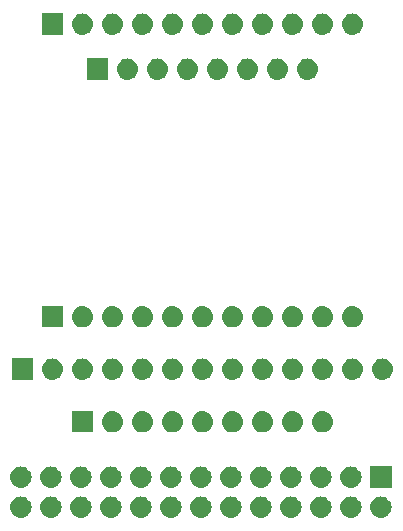
<source format=gbr>
G04 #@! TF.GenerationSoftware,KiCad,Pcbnew,(5.1.4)-1*
G04 #@! TF.CreationDate,2019-12-12T19:40:31+09:00*
G04 #@! TF.ProjectId,microcar_head,6d696372-6f63-4617-925f-686561642e6b,rev?*
G04 #@! TF.SameCoordinates,Original*
G04 #@! TF.FileFunction,Soldermask,Top*
G04 #@! TF.FilePolarity,Negative*
%FSLAX46Y46*%
G04 Gerber Fmt 4.6, Leading zero omitted, Abs format (unit mm)*
G04 Created by KiCad (PCBNEW (5.1.4)-1) date 2019-12-12 19:40:31*
%MOMM*%
%LPD*%
G04 APERTURE LIST*
%ADD10C,0.100000*%
G04 APERTURE END LIST*
D10*
G36*
X44306442Y-60319518D02*
G01*
X44372627Y-60326037D01*
X44542466Y-60377557D01*
X44698991Y-60461222D01*
X44734729Y-60490552D01*
X44836186Y-60573814D01*
X44919448Y-60675271D01*
X44948778Y-60711009D01*
X45032443Y-60867534D01*
X45083963Y-61037373D01*
X45101359Y-61214000D01*
X45083963Y-61390627D01*
X45032443Y-61560466D01*
X44948778Y-61716991D01*
X44919448Y-61752729D01*
X44836186Y-61854186D01*
X44734729Y-61937448D01*
X44698991Y-61966778D01*
X44542466Y-62050443D01*
X44372627Y-62101963D01*
X44306442Y-62108482D01*
X44240260Y-62115000D01*
X44151740Y-62115000D01*
X44085558Y-62108482D01*
X44019373Y-62101963D01*
X43849534Y-62050443D01*
X43693009Y-61966778D01*
X43657271Y-61937448D01*
X43555814Y-61854186D01*
X43472552Y-61752729D01*
X43443222Y-61716991D01*
X43359557Y-61560466D01*
X43308037Y-61390627D01*
X43290641Y-61214000D01*
X43308037Y-61037373D01*
X43359557Y-60867534D01*
X43443222Y-60711009D01*
X43472552Y-60675271D01*
X43555814Y-60573814D01*
X43657271Y-60490552D01*
X43693009Y-60461222D01*
X43849534Y-60377557D01*
X44019373Y-60326037D01*
X44085558Y-60319518D01*
X44151740Y-60313000D01*
X44240260Y-60313000D01*
X44306442Y-60319518D01*
X44306442Y-60319518D01*
G37*
G36*
X41766442Y-60319518D02*
G01*
X41832627Y-60326037D01*
X42002466Y-60377557D01*
X42158991Y-60461222D01*
X42194729Y-60490552D01*
X42296186Y-60573814D01*
X42379448Y-60675271D01*
X42408778Y-60711009D01*
X42492443Y-60867534D01*
X42543963Y-61037373D01*
X42561359Y-61214000D01*
X42543963Y-61390627D01*
X42492443Y-61560466D01*
X42408778Y-61716991D01*
X42379448Y-61752729D01*
X42296186Y-61854186D01*
X42194729Y-61937448D01*
X42158991Y-61966778D01*
X42002466Y-62050443D01*
X41832627Y-62101963D01*
X41766442Y-62108482D01*
X41700260Y-62115000D01*
X41611740Y-62115000D01*
X41545558Y-62108482D01*
X41479373Y-62101963D01*
X41309534Y-62050443D01*
X41153009Y-61966778D01*
X41117271Y-61937448D01*
X41015814Y-61854186D01*
X40932552Y-61752729D01*
X40903222Y-61716991D01*
X40819557Y-61560466D01*
X40768037Y-61390627D01*
X40750641Y-61214000D01*
X40768037Y-61037373D01*
X40819557Y-60867534D01*
X40903222Y-60711009D01*
X40932552Y-60675271D01*
X41015814Y-60573814D01*
X41117271Y-60490552D01*
X41153009Y-60461222D01*
X41309534Y-60377557D01*
X41479373Y-60326037D01*
X41545558Y-60319518D01*
X41611740Y-60313000D01*
X41700260Y-60313000D01*
X41766442Y-60319518D01*
X41766442Y-60319518D01*
G37*
G36*
X13826442Y-60319518D02*
G01*
X13892627Y-60326037D01*
X14062466Y-60377557D01*
X14218991Y-60461222D01*
X14254729Y-60490552D01*
X14356186Y-60573814D01*
X14439448Y-60675271D01*
X14468778Y-60711009D01*
X14552443Y-60867534D01*
X14603963Y-61037373D01*
X14621359Y-61214000D01*
X14603963Y-61390627D01*
X14552443Y-61560466D01*
X14468778Y-61716991D01*
X14439448Y-61752729D01*
X14356186Y-61854186D01*
X14254729Y-61937448D01*
X14218991Y-61966778D01*
X14062466Y-62050443D01*
X13892627Y-62101963D01*
X13826442Y-62108482D01*
X13760260Y-62115000D01*
X13671740Y-62115000D01*
X13605558Y-62108482D01*
X13539373Y-62101963D01*
X13369534Y-62050443D01*
X13213009Y-61966778D01*
X13177271Y-61937448D01*
X13075814Y-61854186D01*
X12992552Y-61752729D01*
X12963222Y-61716991D01*
X12879557Y-61560466D01*
X12828037Y-61390627D01*
X12810641Y-61214000D01*
X12828037Y-61037373D01*
X12879557Y-60867534D01*
X12963222Y-60711009D01*
X12992552Y-60675271D01*
X13075814Y-60573814D01*
X13177271Y-60490552D01*
X13213009Y-60461222D01*
X13369534Y-60377557D01*
X13539373Y-60326037D01*
X13605558Y-60319518D01*
X13671740Y-60313000D01*
X13760260Y-60313000D01*
X13826442Y-60319518D01*
X13826442Y-60319518D01*
G37*
G36*
X16366442Y-60319518D02*
G01*
X16432627Y-60326037D01*
X16602466Y-60377557D01*
X16758991Y-60461222D01*
X16794729Y-60490552D01*
X16896186Y-60573814D01*
X16979448Y-60675271D01*
X17008778Y-60711009D01*
X17092443Y-60867534D01*
X17143963Y-61037373D01*
X17161359Y-61214000D01*
X17143963Y-61390627D01*
X17092443Y-61560466D01*
X17008778Y-61716991D01*
X16979448Y-61752729D01*
X16896186Y-61854186D01*
X16794729Y-61937448D01*
X16758991Y-61966778D01*
X16602466Y-62050443D01*
X16432627Y-62101963D01*
X16366442Y-62108482D01*
X16300260Y-62115000D01*
X16211740Y-62115000D01*
X16145558Y-62108482D01*
X16079373Y-62101963D01*
X15909534Y-62050443D01*
X15753009Y-61966778D01*
X15717271Y-61937448D01*
X15615814Y-61854186D01*
X15532552Y-61752729D01*
X15503222Y-61716991D01*
X15419557Y-61560466D01*
X15368037Y-61390627D01*
X15350641Y-61214000D01*
X15368037Y-61037373D01*
X15419557Y-60867534D01*
X15503222Y-60711009D01*
X15532552Y-60675271D01*
X15615814Y-60573814D01*
X15717271Y-60490552D01*
X15753009Y-60461222D01*
X15909534Y-60377557D01*
X16079373Y-60326037D01*
X16145558Y-60319518D01*
X16211740Y-60313000D01*
X16300260Y-60313000D01*
X16366442Y-60319518D01*
X16366442Y-60319518D01*
G37*
G36*
X18906442Y-60319518D02*
G01*
X18972627Y-60326037D01*
X19142466Y-60377557D01*
X19298991Y-60461222D01*
X19334729Y-60490552D01*
X19436186Y-60573814D01*
X19519448Y-60675271D01*
X19548778Y-60711009D01*
X19632443Y-60867534D01*
X19683963Y-61037373D01*
X19701359Y-61214000D01*
X19683963Y-61390627D01*
X19632443Y-61560466D01*
X19548778Y-61716991D01*
X19519448Y-61752729D01*
X19436186Y-61854186D01*
X19334729Y-61937448D01*
X19298991Y-61966778D01*
X19142466Y-62050443D01*
X18972627Y-62101963D01*
X18906442Y-62108482D01*
X18840260Y-62115000D01*
X18751740Y-62115000D01*
X18685558Y-62108482D01*
X18619373Y-62101963D01*
X18449534Y-62050443D01*
X18293009Y-61966778D01*
X18257271Y-61937448D01*
X18155814Y-61854186D01*
X18072552Y-61752729D01*
X18043222Y-61716991D01*
X17959557Y-61560466D01*
X17908037Y-61390627D01*
X17890641Y-61214000D01*
X17908037Y-61037373D01*
X17959557Y-60867534D01*
X18043222Y-60711009D01*
X18072552Y-60675271D01*
X18155814Y-60573814D01*
X18257271Y-60490552D01*
X18293009Y-60461222D01*
X18449534Y-60377557D01*
X18619373Y-60326037D01*
X18685558Y-60319518D01*
X18751740Y-60313000D01*
X18840260Y-60313000D01*
X18906442Y-60319518D01*
X18906442Y-60319518D01*
G37*
G36*
X21446442Y-60319518D02*
G01*
X21512627Y-60326037D01*
X21682466Y-60377557D01*
X21838991Y-60461222D01*
X21874729Y-60490552D01*
X21976186Y-60573814D01*
X22059448Y-60675271D01*
X22088778Y-60711009D01*
X22172443Y-60867534D01*
X22223963Y-61037373D01*
X22241359Y-61214000D01*
X22223963Y-61390627D01*
X22172443Y-61560466D01*
X22088778Y-61716991D01*
X22059448Y-61752729D01*
X21976186Y-61854186D01*
X21874729Y-61937448D01*
X21838991Y-61966778D01*
X21682466Y-62050443D01*
X21512627Y-62101963D01*
X21446442Y-62108482D01*
X21380260Y-62115000D01*
X21291740Y-62115000D01*
X21225558Y-62108482D01*
X21159373Y-62101963D01*
X20989534Y-62050443D01*
X20833009Y-61966778D01*
X20797271Y-61937448D01*
X20695814Y-61854186D01*
X20612552Y-61752729D01*
X20583222Y-61716991D01*
X20499557Y-61560466D01*
X20448037Y-61390627D01*
X20430641Y-61214000D01*
X20448037Y-61037373D01*
X20499557Y-60867534D01*
X20583222Y-60711009D01*
X20612552Y-60675271D01*
X20695814Y-60573814D01*
X20797271Y-60490552D01*
X20833009Y-60461222D01*
X20989534Y-60377557D01*
X21159373Y-60326037D01*
X21225558Y-60319518D01*
X21291740Y-60313000D01*
X21380260Y-60313000D01*
X21446442Y-60319518D01*
X21446442Y-60319518D01*
G37*
G36*
X23986442Y-60319518D02*
G01*
X24052627Y-60326037D01*
X24222466Y-60377557D01*
X24378991Y-60461222D01*
X24414729Y-60490552D01*
X24516186Y-60573814D01*
X24599448Y-60675271D01*
X24628778Y-60711009D01*
X24712443Y-60867534D01*
X24763963Y-61037373D01*
X24781359Y-61214000D01*
X24763963Y-61390627D01*
X24712443Y-61560466D01*
X24628778Y-61716991D01*
X24599448Y-61752729D01*
X24516186Y-61854186D01*
X24414729Y-61937448D01*
X24378991Y-61966778D01*
X24222466Y-62050443D01*
X24052627Y-62101963D01*
X23986442Y-62108482D01*
X23920260Y-62115000D01*
X23831740Y-62115000D01*
X23765558Y-62108482D01*
X23699373Y-62101963D01*
X23529534Y-62050443D01*
X23373009Y-61966778D01*
X23337271Y-61937448D01*
X23235814Y-61854186D01*
X23152552Y-61752729D01*
X23123222Y-61716991D01*
X23039557Y-61560466D01*
X22988037Y-61390627D01*
X22970641Y-61214000D01*
X22988037Y-61037373D01*
X23039557Y-60867534D01*
X23123222Y-60711009D01*
X23152552Y-60675271D01*
X23235814Y-60573814D01*
X23337271Y-60490552D01*
X23373009Y-60461222D01*
X23529534Y-60377557D01*
X23699373Y-60326037D01*
X23765558Y-60319518D01*
X23831740Y-60313000D01*
X23920260Y-60313000D01*
X23986442Y-60319518D01*
X23986442Y-60319518D01*
G37*
G36*
X26526442Y-60319518D02*
G01*
X26592627Y-60326037D01*
X26762466Y-60377557D01*
X26918991Y-60461222D01*
X26954729Y-60490552D01*
X27056186Y-60573814D01*
X27139448Y-60675271D01*
X27168778Y-60711009D01*
X27252443Y-60867534D01*
X27303963Y-61037373D01*
X27321359Y-61214000D01*
X27303963Y-61390627D01*
X27252443Y-61560466D01*
X27168778Y-61716991D01*
X27139448Y-61752729D01*
X27056186Y-61854186D01*
X26954729Y-61937448D01*
X26918991Y-61966778D01*
X26762466Y-62050443D01*
X26592627Y-62101963D01*
X26526442Y-62108482D01*
X26460260Y-62115000D01*
X26371740Y-62115000D01*
X26305558Y-62108482D01*
X26239373Y-62101963D01*
X26069534Y-62050443D01*
X25913009Y-61966778D01*
X25877271Y-61937448D01*
X25775814Y-61854186D01*
X25692552Y-61752729D01*
X25663222Y-61716991D01*
X25579557Y-61560466D01*
X25528037Y-61390627D01*
X25510641Y-61214000D01*
X25528037Y-61037373D01*
X25579557Y-60867534D01*
X25663222Y-60711009D01*
X25692552Y-60675271D01*
X25775814Y-60573814D01*
X25877271Y-60490552D01*
X25913009Y-60461222D01*
X26069534Y-60377557D01*
X26239373Y-60326037D01*
X26305558Y-60319518D01*
X26371740Y-60313000D01*
X26460260Y-60313000D01*
X26526442Y-60319518D01*
X26526442Y-60319518D01*
G37*
G36*
X29066442Y-60319518D02*
G01*
X29132627Y-60326037D01*
X29302466Y-60377557D01*
X29458991Y-60461222D01*
X29494729Y-60490552D01*
X29596186Y-60573814D01*
X29679448Y-60675271D01*
X29708778Y-60711009D01*
X29792443Y-60867534D01*
X29843963Y-61037373D01*
X29861359Y-61214000D01*
X29843963Y-61390627D01*
X29792443Y-61560466D01*
X29708778Y-61716991D01*
X29679448Y-61752729D01*
X29596186Y-61854186D01*
X29494729Y-61937448D01*
X29458991Y-61966778D01*
X29302466Y-62050443D01*
X29132627Y-62101963D01*
X29066442Y-62108482D01*
X29000260Y-62115000D01*
X28911740Y-62115000D01*
X28845558Y-62108482D01*
X28779373Y-62101963D01*
X28609534Y-62050443D01*
X28453009Y-61966778D01*
X28417271Y-61937448D01*
X28315814Y-61854186D01*
X28232552Y-61752729D01*
X28203222Y-61716991D01*
X28119557Y-61560466D01*
X28068037Y-61390627D01*
X28050641Y-61214000D01*
X28068037Y-61037373D01*
X28119557Y-60867534D01*
X28203222Y-60711009D01*
X28232552Y-60675271D01*
X28315814Y-60573814D01*
X28417271Y-60490552D01*
X28453009Y-60461222D01*
X28609534Y-60377557D01*
X28779373Y-60326037D01*
X28845558Y-60319518D01*
X28911740Y-60313000D01*
X29000260Y-60313000D01*
X29066442Y-60319518D01*
X29066442Y-60319518D01*
G37*
G36*
X31606442Y-60319518D02*
G01*
X31672627Y-60326037D01*
X31842466Y-60377557D01*
X31998991Y-60461222D01*
X32034729Y-60490552D01*
X32136186Y-60573814D01*
X32219448Y-60675271D01*
X32248778Y-60711009D01*
X32332443Y-60867534D01*
X32383963Y-61037373D01*
X32401359Y-61214000D01*
X32383963Y-61390627D01*
X32332443Y-61560466D01*
X32248778Y-61716991D01*
X32219448Y-61752729D01*
X32136186Y-61854186D01*
X32034729Y-61937448D01*
X31998991Y-61966778D01*
X31842466Y-62050443D01*
X31672627Y-62101963D01*
X31606442Y-62108482D01*
X31540260Y-62115000D01*
X31451740Y-62115000D01*
X31385558Y-62108482D01*
X31319373Y-62101963D01*
X31149534Y-62050443D01*
X30993009Y-61966778D01*
X30957271Y-61937448D01*
X30855814Y-61854186D01*
X30772552Y-61752729D01*
X30743222Y-61716991D01*
X30659557Y-61560466D01*
X30608037Y-61390627D01*
X30590641Y-61214000D01*
X30608037Y-61037373D01*
X30659557Y-60867534D01*
X30743222Y-60711009D01*
X30772552Y-60675271D01*
X30855814Y-60573814D01*
X30957271Y-60490552D01*
X30993009Y-60461222D01*
X31149534Y-60377557D01*
X31319373Y-60326037D01*
X31385558Y-60319518D01*
X31451740Y-60313000D01*
X31540260Y-60313000D01*
X31606442Y-60319518D01*
X31606442Y-60319518D01*
G37*
G36*
X34146442Y-60319518D02*
G01*
X34212627Y-60326037D01*
X34382466Y-60377557D01*
X34538991Y-60461222D01*
X34574729Y-60490552D01*
X34676186Y-60573814D01*
X34759448Y-60675271D01*
X34788778Y-60711009D01*
X34872443Y-60867534D01*
X34923963Y-61037373D01*
X34941359Y-61214000D01*
X34923963Y-61390627D01*
X34872443Y-61560466D01*
X34788778Y-61716991D01*
X34759448Y-61752729D01*
X34676186Y-61854186D01*
X34574729Y-61937448D01*
X34538991Y-61966778D01*
X34382466Y-62050443D01*
X34212627Y-62101963D01*
X34146442Y-62108482D01*
X34080260Y-62115000D01*
X33991740Y-62115000D01*
X33925558Y-62108482D01*
X33859373Y-62101963D01*
X33689534Y-62050443D01*
X33533009Y-61966778D01*
X33497271Y-61937448D01*
X33395814Y-61854186D01*
X33312552Y-61752729D01*
X33283222Y-61716991D01*
X33199557Y-61560466D01*
X33148037Y-61390627D01*
X33130641Y-61214000D01*
X33148037Y-61037373D01*
X33199557Y-60867534D01*
X33283222Y-60711009D01*
X33312552Y-60675271D01*
X33395814Y-60573814D01*
X33497271Y-60490552D01*
X33533009Y-60461222D01*
X33689534Y-60377557D01*
X33859373Y-60326037D01*
X33925558Y-60319518D01*
X33991740Y-60313000D01*
X34080260Y-60313000D01*
X34146442Y-60319518D01*
X34146442Y-60319518D01*
G37*
G36*
X36686442Y-60319518D02*
G01*
X36752627Y-60326037D01*
X36922466Y-60377557D01*
X37078991Y-60461222D01*
X37114729Y-60490552D01*
X37216186Y-60573814D01*
X37299448Y-60675271D01*
X37328778Y-60711009D01*
X37412443Y-60867534D01*
X37463963Y-61037373D01*
X37481359Y-61214000D01*
X37463963Y-61390627D01*
X37412443Y-61560466D01*
X37328778Y-61716991D01*
X37299448Y-61752729D01*
X37216186Y-61854186D01*
X37114729Y-61937448D01*
X37078991Y-61966778D01*
X36922466Y-62050443D01*
X36752627Y-62101963D01*
X36686442Y-62108482D01*
X36620260Y-62115000D01*
X36531740Y-62115000D01*
X36465558Y-62108482D01*
X36399373Y-62101963D01*
X36229534Y-62050443D01*
X36073009Y-61966778D01*
X36037271Y-61937448D01*
X35935814Y-61854186D01*
X35852552Y-61752729D01*
X35823222Y-61716991D01*
X35739557Y-61560466D01*
X35688037Y-61390627D01*
X35670641Y-61214000D01*
X35688037Y-61037373D01*
X35739557Y-60867534D01*
X35823222Y-60711009D01*
X35852552Y-60675271D01*
X35935814Y-60573814D01*
X36037271Y-60490552D01*
X36073009Y-60461222D01*
X36229534Y-60377557D01*
X36399373Y-60326037D01*
X36465558Y-60319518D01*
X36531740Y-60313000D01*
X36620260Y-60313000D01*
X36686442Y-60319518D01*
X36686442Y-60319518D01*
G37*
G36*
X39226442Y-60319518D02*
G01*
X39292627Y-60326037D01*
X39462466Y-60377557D01*
X39618991Y-60461222D01*
X39654729Y-60490552D01*
X39756186Y-60573814D01*
X39839448Y-60675271D01*
X39868778Y-60711009D01*
X39952443Y-60867534D01*
X40003963Y-61037373D01*
X40021359Y-61214000D01*
X40003963Y-61390627D01*
X39952443Y-61560466D01*
X39868778Y-61716991D01*
X39839448Y-61752729D01*
X39756186Y-61854186D01*
X39654729Y-61937448D01*
X39618991Y-61966778D01*
X39462466Y-62050443D01*
X39292627Y-62101963D01*
X39226442Y-62108482D01*
X39160260Y-62115000D01*
X39071740Y-62115000D01*
X39005558Y-62108482D01*
X38939373Y-62101963D01*
X38769534Y-62050443D01*
X38613009Y-61966778D01*
X38577271Y-61937448D01*
X38475814Y-61854186D01*
X38392552Y-61752729D01*
X38363222Y-61716991D01*
X38279557Y-61560466D01*
X38228037Y-61390627D01*
X38210641Y-61214000D01*
X38228037Y-61037373D01*
X38279557Y-60867534D01*
X38363222Y-60711009D01*
X38392552Y-60675271D01*
X38475814Y-60573814D01*
X38577271Y-60490552D01*
X38613009Y-60461222D01*
X38769534Y-60377557D01*
X38939373Y-60326037D01*
X39005558Y-60319518D01*
X39071740Y-60313000D01*
X39160260Y-60313000D01*
X39226442Y-60319518D01*
X39226442Y-60319518D01*
G37*
G36*
X39226442Y-57779518D02*
G01*
X39292627Y-57786037D01*
X39462466Y-57837557D01*
X39618991Y-57921222D01*
X39654729Y-57950552D01*
X39756186Y-58033814D01*
X39839448Y-58135271D01*
X39868778Y-58171009D01*
X39952443Y-58327534D01*
X40003963Y-58497373D01*
X40021359Y-58674000D01*
X40003963Y-58850627D01*
X39952443Y-59020466D01*
X39868778Y-59176991D01*
X39839448Y-59212729D01*
X39756186Y-59314186D01*
X39654729Y-59397448D01*
X39618991Y-59426778D01*
X39462466Y-59510443D01*
X39292627Y-59561963D01*
X39226443Y-59568481D01*
X39160260Y-59575000D01*
X39071740Y-59575000D01*
X39005557Y-59568481D01*
X38939373Y-59561963D01*
X38769534Y-59510443D01*
X38613009Y-59426778D01*
X38577271Y-59397448D01*
X38475814Y-59314186D01*
X38392552Y-59212729D01*
X38363222Y-59176991D01*
X38279557Y-59020466D01*
X38228037Y-58850627D01*
X38210641Y-58674000D01*
X38228037Y-58497373D01*
X38279557Y-58327534D01*
X38363222Y-58171009D01*
X38392552Y-58135271D01*
X38475814Y-58033814D01*
X38577271Y-57950552D01*
X38613009Y-57921222D01*
X38769534Y-57837557D01*
X38939373Y-57786037D01*
X39005558Y-57779518D01*
X39071740Y-57773000D01*
X39160260Y-57773000D01*
X39226442Y-57779518D01*
X39226442Y-57779518D01*
G37*
G36*
X41766442Y-57779518D02*
G01*
X41832627Y-57786037D01*
X42002466Y-57837557D01*
X42158991Y-57921222D01*
X42194729Y-57950552D01*
X42296186Y-58033814D01*
X42379448Y-58135271D01*
X42408778Y-58171009D01*
X42492443Y-58327534D01*
X42543963Y-58497373D01*
X42561359Y-58674000D01*
X42543963Y-58850627D01*
X42492443Y-59020466D01*
X42408778Y-59176991D01*
X42379448Y-59212729D01*
X42296186Y-59314186D01*
X42194729Y-59397448D01*
X42158991Y-59426778D01*
X42002466Y-59510443D01*
X41832627Y-59561963D01*
X41766443Y-59568481D01*
X41700260Y-59575000D01*
X41611740Y-59575000D01*
X41545557Y-59568481D01*
X41479373Y-59561963D01*
X41309534Y-59510443D01*
X41153009Y-59426778D01*
X41117271Y-59397448D01*
X41015814Y-59314186D01*
X40932552Y-59212729D01*
X40903222Y-59176991D01*
X40819557Y-59020466D01*
X40768037Y-58850627D01*
X40750641Y-58674000D01*
X40768037Y-58497373D01*
X40819557Y-58327534D01*
X40903222Y-58171009D01*
X40932552Y-58135271D01*
X41015814Y-58033814D01*
X41117271Y-57950552D01*
X41153009Y-57921222D01*
X41309534Y-57837557D01*
X41479373Y-57786037D01*
X41545558Y-57779518D01*
X41611740Y-57773000D01*
X41700260Y-57773000D01*
X41766442Y-57779518D01*
X41766442Y-57779518D01*
G37*
G36*
X36686442Y-57779518D02*
G01*
X36752627Y-57786037D01*
X36922466Y-57837557D01*
X37078991Y-57921222D01*
X37114729Y-57950552D01*
X37216186Y-58033814D01*
X37299448Y-58135271D01*
X37328778Y-58171009D01*
X37412443Y-58327534D01*
X37463963Y-58497373D01*
X37481359Y-58674000D01*
X37463963Y-58850627D01*
X37412443Y-59020466D01*
X37328778Y-59176991D01*
X37299448Y-59212729D01*
X37216186Y-59314186D01*
X37114729Y-59397448D01*
X37078991Y-59426778D01*
X36922466Y-59510443D01*
X36752627Y-59561963D01*
X36686443Y-59568481D01*
X36620260Y-59575000D01*
X36531740Y-59575000D01*
X36465557Y-59568481D01*
X36399373Y-59561963D01*
X36229534Y-59510443D01*
X36073009Y-59426778D01*
X36037271Y-59397448D01*
X35935814Y-59314186D01*
X35852552Y-59212729D01*
X35823222Y-59176991D01*
X35739557Y-59020466D01*
X35688037Y-58850627D01*
X35670641Y-58674000D01*
X35688037Y-58497373D01*
X35739557Y-58327534D01*
X35823222Y-58171009D01*
X35852552Y-58135271D01*
X35935814Y-58033814D01*
X36037271Y-57950552D01*
X36073009Y-57921222D01*
X36229534Y-57837557D01*
X36399373Y-57786037D01*
X36465558Y-57779518D01*
X36531740Y-57773000D01*
X36620260Y-57773000D01*
X36686442Y-57779518D01*
X36686442Y-57779518D01*
G37*
G36*
X34146442Y-57779518D02*
G01*
X34212627Y-57786037D01*
X34382466Y-57837557D01*
X34538991Y-57921222D01*
X34574729Y-57950552D01*
X34676186Y-58033814D01*
X34759448Y-58135271D01*
X34788778Y-58171009D01*
X34872443Y-58327534D01*
X34923963Y-58497373D01*
X34941359Y-58674000D01*
X34923963Y-58850627D01*
X34872443Y-59020466D01*
X34788778Y-59176991D01*
X34759448Y-59212729D01*
X34676186Y-59314186D01*
X34574729Y-59397448D01*
X34538991Y-59426778D01*
X34382466Y-59510443D01*
X34212627Y-59561963D01*
X34146443Y-59568481D01*
X34080260Y-59575000D01*
X33991740Y-59575000D01*
X33925557Y-59568481D01*
X33859373Y-59561963D01*
X33689534Y-59510443D01*
X33533009Y-59426778D01*
X33497271Y-59397448D01*
X33395814Y-59314186D01*
X33312552Y-59212729D01*
X33283222Y-59176991D01*
X33199557Y-59020466D01*
X33148037Y-58850627D01*
X33130641Y-58674000D01*
X33148037Y-58497373D01*
X33199557Y-58327534D01*
X33283222Y-58171009D01*
X33312552Y-58135271D01*
X33395814Y-58033814D01*
X33497271Y-57950552D01*
X33533009Y-57921222D01*
X33689534Y-57837557D01*
X33859373Y-57786037D01*
X33925558Y-57779518D01*
X33991740Y-57773000D01*
X34080260Y-57773000D01*
X34146442Y-57779518D01*
X34146442Y-57779518D01*
G37*
G36*
X31606442Y-57779518D02*
G01*
X31672627Y-57786037D01*
X31842466Y-57837557D01*
X31998991Y-57921222D01*
X32034729Y-57950552D01*
X32136186Y-58033814D01*
X32219448Y-58135271D01*
X32248778Y-58171009D01*
X32332443Y-58327534D01*
X32383963Y-58497373D01*
X32401359Y-58674000D01*
X32383963Y-58850627D01*
X32332443Y-59020466D01*
X32248778Y-59176991D01*
X32219448Y-59212729D01*
X32136186Y-59314186D01*
X32034729Y-59397448D01*
X31998991Y-59426778D01*
X31842466Y-59510443D01*
X31672627Y-59561963D01*
X31606443Y-59568481D01*
X31540260Y-59575000D01*
X31451740Y-59575000D01*
X31385557Y-59568481D01*
X31319373Y-59561963D01*
X31149534Y-59510443D01*
X30993009Y-59426778D01*
X30957271Y-59397448D01*
X30855814Y-59314186D01*
X30772552Y-59212729D01*
X30743222Y-59176991D01*
X30659557Y-59020466D01*
X30608037Y-58850627D01*
X30590641Y-58674000D01*
X30608037Y-58497373D01*
X30659557Y-58327534D01*
X30743222Y-58171009D01*
X30772552Y-58135271D01*
X30855814Y-58033814D01*
X30957271Y-57950552D01*
X30993009Y-57921222D01*
X31149534Y-57837557D01*
X31319373Y-57786037D01*
X31385558Y-57779518D01*
X31451740Y-57773000D01*
X31540260Y-57773000D01*
X31606442Y-57779518D01*
X31606442Y-57779518D01*
G37*
G36*
X26526442Y-57779518D02*
G01*
X26592627Y-57786037D01*
X26762466Y-57837557D01*
X26918991Y-57921222D01*
X26954729Y-57950552D01*
X27056186Y-58033814D01*
X27139448Y-58135271D01*
X27168778Y-58171009D01*
X27252443Y-58327534D01*
X27303963Y-58497373D01*
X27321359Y-58674000D01*
X27303963Y-58850627D01*
X27252443Y-59020466D01*
X27168778Y-59176991D01*
X27139448Y-59212729D01*
X27056186Y-59314186D01*
X26954729Y-59397448D01*
X26918991Y-59426778D01*
X26762466Y-59510443D01*
X26592627Y-59561963D01*
X26526443Y-59568481D01*
X26460260Y-59575000D01*
X26371740Y-59575000D01*
X26305557Y-59568481D01*
X26239373Y-59561963D01*
X26069534Y-59510443D01*
X25913009Y-59426778D01*
X25877271Y-59397448D01*
X25775814Y-59314186D01*
X25692552Y-59212729D01*
X25663222Y-59176991D01*
X25579557Y-59020466D01*
X25528037Y-58850627D01*
X25510641Y-58674000D01*
X25528037Y-58497373D01*
X25579557Y-58327534D01*
X25663222Y-58171009D01*
X25692552Y-58135271D01*
X25775814Y-58033814D01*
X25877271Y-57950552D01*
X25913009Y-57921222D01*
X26069534Y-57837557D01*
X26239373Y-57786037D01*
X26305558Y-57779518D01*
X26371740Y-57773000D01*
X26460260Y-57773000D01*
X26526442Y-57779518D01*
X26526442Y-57779518D01*
G37*
G36*
X45097000Y-59575000D02*
G01*
X43295000Y-59575000D01*
X43295000Y-57773000D01*
X45097000Y-57773000D01*
X45097000Y-59575000D01*
X45097000Y-59575000D01*
G37*
G36*
X16366442Y-57779518D02*
G01*
X16432627Y-57786037D01*
X16602466Y-57837557D01*
X16758991Y-57921222D01*
X16794729Y-57950552D01*
X16896186Y-58033814D01*
X16979448Y-58135271D01*
X17008778Y-58171009D01*
X17092443Y-58327534D01*
X17143963Y-58497373D01*
X17161359Y-58674000D01*
X17143963Y-58850627D01*
X17092443Y-59020466D01*
X17008778Y-59176991D01*
X16979448Y-59212729D01*
X16896186Y-59314186D01*
X16794729Y-59397448D01*
X16758991Y-59426778D01*
X16602466Y-59510443D01*
X16432627Y-59561963D01*
X16366443Y-59568481D01*
X16300260Y-59575000D01*
X16211740Y-59575000D01*
X16145557Y-59568481D01*
X16079373Y-59561963D01*
X15909534Y-59510443D01*
X15753009Y-59426778D01*
X15717271Y-59397448D01*
X15615814Y-59314186D01*
X15532552Y-59212729D01*
X15503222Y-59176991D01*
X15419557Y-59020466D01*
X15368037Y-58850627D01*
X15350641Y-58674000D01*
X15368037Y-58497373D01*
X15419557Y-58327534D01*
X15503222Y-58171009D01*
X15532552Y-58135271D01*
X15615814Y-58033814D01*
X15717271Y-57950552D01*
X15753009Y-57921222D01*
X15909534Y-57837557D01*
X16079373Y-57786037D01*
X16145558Y-57779518D01*
X16211740Y-57773000D01*
X16300260Y-57773000D01*
X16366442Y-57779518D01*
X16366442Y-57779518D01*
G37*
G36*
X21446442Y-57779518D02*
G01*
X21512627Y-57786037D01*
X21682466Y-57837557D01*
X21838991Y-57921222D01*
X21874729Y-57950552D01*
X21976186Y-58033814D01*
X22059448Y-58135271D01*
X22088778Y-58171009D01*
X22172443Y-58327534D01*
X22223963Y-58497373D01*
X22241359Y-58674000D01*
X22223963Y-58850627D01*
X22172443Y-59020466D01*
X22088778Y-59176991D01*
X22059448Y-59212729D01*
X21976186Y-59314186D01*
X21874729Y-59397448D01*
X21838991Y-59426778D01*
X21682466Y-59510443D01*
X21512627Y-59561963D01*
X21446443Y-59568481D01*
X21380260Y-59575000D01*
X21291740Y-59575000D01*
X21225557Y-59568481D01*
X21159373Y-59561963D01*
X20989534Y-59510443D01*
X20833009Y-59426778D01*
X20797271Y-59397448D01*
X20695814Y-59314186D01*
X20612552Y-59212729D01*
X20583222Y-59176991D01*
X20499557Y-59020466D01*
X20448037Y-58850627D01*
X20430641Y-58674000D01*
X20448037Y-58497373D01*
X20499557Y-58327534D01*
X20583222Y-58171009D01*
X20612552Y-58135271D01*
X20695814Y-58033814D01*
X20797271Y-57950552D01*
X20833009Y-57921222D01*
X20989534Y-57837557D01*
X21159373Y-57786037D01*
X21225558Y-57779518D01*
X21291740Y-57773000D01*
X21380260Y-57773000D01*
X21446442Y-57779518D01*
X21446442Y-57779518D01*
G37*
G36*
X13826442Y-57779518D02*
G01*
X13892627Y-57786037D01*
X14062466Y-57837557D01*
X14218991Y-57921222D01*
X14254729Y-57950552D01*
X14356186Y-58033814D01*
X14439448Y-58135271D01*
X14468778Y-58171009D01*
X14552443Y-58327534D01*
X14603963Y-58497373D01*
X14621359Y-58674000D01*
X14603963Y-58850627D01*
X14552443Y-59020466D01*
X14468778Y-59176991D01*
X14439448Y-59212729D01*
X14356186Y-59314186D01*
X14254729Y-59397448D01*
X14218991Y-59426778D01*
X14062466Y-59510443D01*
X13892627Y-59561963D01*
X13826443Y-59568481D01*
X13760260Y-59575000D01*
X13671740Y-59575000D01*
X13605557Y-59568481D01*
X13539373Y-59561963D01*
X13369534Y-59510443D01*
X13213009Y-59426778D01*
X13177271Y-59397448D01*
X13075814Y-59314186D01*
X12992552Y-59212729D01*
X12963222Y-59176991D01*
X12879557Y-59020466D01*
X12828037Y-58850627D01*
X12810641Y-58674000D01*
X12828037Y-58497373D01*
X12879557Y-58327534D01*
X12963222Y-58171009D01*
X12992552Y-58135271D01*
X13075814Y-58033814D01*
X13177271Y-57950552D01*
X13213009Y-57921222D01*
X13369534Y-57837557D01*
X13539373Y-57786037D01*
X13605558Y-57779518D01*
X13671740Y-57773000D01*
X13760260Y-57773000D01*
X13826442Y-57779518D01*
X13826442Y-57779518D01*
G37*
G36*
X18906442Y-57779518D02*
G01*
X18972627Y-57786037D01*
X19142466Y-57837557D01*
X19298991Y-57921222D01*
X19334729Y-57950552D01*
X19436186Y-58033814D01*
X19519448Y-58135271D01*
X19548778Y-58171009D01*
X19632443Y-58327534D01*
X19683963Y-58497373D01*
X19701359Y-58674000D01*
X19683963Y-58850627D01*
X19632443Y-59020466D01*
X19548778Y-59176991D01*
X19519448Y-59212729D01*
X19436186Y-59314186D01*
X19334729Y-59397448D01*
X19298991Y-59426778D01*
X19142466Y-59510443D01*
X18972627Y-59561963D01*
X18906443Y-59568481D01*
X18840260Y-59575000D01*
X18751740Y-59575000D01*
X18685557Y-59568481D01*
X18619373Y-59561963D01*
X18449534Y-59510443D01*
X18293009Y-59426778D01*
X18257271Y-59397448D01*
X18155814Y-59314186D01*
X18072552Y-59212729D01*
X18043222Y-59176991D01*
X17959557Y-59020466D01*
X17908037Y-58850627D01*
X17890641Y-58674000D01*
X17908037Y-58497373D01*
X17959557Y-58327534D01*
X18043222Y-58171009D01*
X18072552Y-58135271D01*
X18155814Y-58033814D01*
X18257271Y-57950552D01*
X18293009Y-57921222D01*
X18449534Y-57837557D01*
X18619373Y-57786037D01*
X18685558Y-57779518D01*
X18751740Y-57773000D01*
X18840260Y-57773000D01*
X18906442Y-57779518D01*
X18906442Y-57779518D01*
G37*
G36*
X29066442Y-57779518D02*
G01*
X29132627Y-57786037D01*
X29302466Y-57837557D01*
X29458991Y-57921222D01*
X29494729Y-57950552D01*
X29596186Y-58033814D01*
X29679448Y-58135271D01*
X29708778Y-58171009D01*
X29792443Y-58327534D01*
X29843963Y-58497373D01*
X29861359Y-58674000D01*
X29843963Y-58850627D01*
X29792443Y-59020466D01*
X29708778Y-59176991D01*
X29679448Y-59212729D01*
X29596186Y-59314186D01*
X29494729Y-59397448D01*
X29458991Y-59426778D01*
X29302466Y-59510443D01*
X29132627Y-59561963D01*
X29066443Y-59568481D01*
X29000260Y-59575000D01*
X28911740Y-59575000D01*
X28845557Y-59568481D01*
X28779373Y-59561963D01*
X28609534Y-59510443D01*
X28453009Y-59426778D01*
X28417271Y-59397448D01*
X28315814Y-59314186D01*
X28232552Y-59212729D01*
X28203222Y-59176991D01*
X28119557Y-59020466D01*
X28068037Y-58850627D01*
X28050641Y-58674000D01*
X28068037Y-58497373D01*
X28119557Y-58327534D01*
X28203222Y-58171009D01*
X28232552Y-58135271D01*
X28315814Y-58033814D01*
X28417271Y-57950552D01*
X28453009Y-57921222D01*
X28609534Y-57837557D01*
X28779373Y-57786037D01*
X28845558Y-57779518D01*
X28911740Y-57773000D01*
X29000260Y-57773000D01*
X29066442Y-57779518D01*
X29066442Y-57779518D01*
G37*
G36*
X23986442Y-57779518D02*
G01*
X24052627Y-57786037D01*
X24222466Y-57837557D01*
X24378991Y-57921222D01*
X24414729Y-57950552D01*
X24516186Y-58033814D01*
X24599448Y-58135271D01*
X24628778Y-58171009D01*
X24712443Y-58327534D01*
X24763963Y-58497373D01*
X24781359Y-58674000D01*
X24763963Y-58850627D01*
X24712443Y-59020466D01*
X24628778Y-59176991D01*
X24599448Y-59212729D01*
X24516186Y-59314186D01*
X24414729Y-59397448D01*
X24378991Y-59426778D01*
X24222466Y-59510443D01*
X24052627Y-59561963D01*
X23986443Y-59568481D01*
X23920260Y-59575000D01*
X23831740Y-59575000D01*
X23765557Y-59568481D01*
X23699373Y-59561963D01*
X23529534Y-59510443D01*
X23373009Y-59426778D01*
X23337271Y-59397448D01*
X23235814Y-59314186D01*
X23152552Y-59212729D01*
X23123222Y-59176991D01*
X23039557Y-59020466D01*
X22988037Y-58850627D01*
X22970641Y-58674000D01*
X22988037Y-58497373D01*
X23039557Y-58327534D01*
X23123222Y-58171009D01*
X23152552Y-58135271D01*
X23235814Y-58033814D01*
X23337271Y-57950552D01*
X23373009Y-57921222D01*
X23529534Y-57837557D01*
X23699373Y-57786037D01*
X23765558Y-57779518D01*
X23831740Y-57773000D01*
X23920260Y-57773000D01*
X23986442Y-57779518D01*
X23986442Y-57779518D01*
G37*
G36*
X29193442Y-53080518D02*
G01*
X29259627Y-53087037D01*
X29429466Y-53138557D01*
X29585991Y-53222222D01*
X29621729Y-53251552D01*
X29723186Y-53334814D01*
X29806448Y-53436271D01*
X29835778Y-53472009D01*
X29919443Y-53628534D01*
X29970963Y-53798373D01*
X29988359Y-53975000D01*
X29970963Y-54151627D01*
X29919443Y-54321466D01*
X29835778Y-54477991D01*
X29806448Y-54513729D01*
X29723186Y-54615186D01*
X29621729Y-54698448D01*
X29585991Y-54727778D01*
X29429466Y-54811443D01*
X29259627Y-54862963D01*
X29193443Y-54869481D01*
X29127260Y-54876000D01*
X29038740Y-54876000D01*
X28972557Y-54869481D01*
X28906373Y-54862963D01*
X28736534Y-54811443D01*
X28580009Y-54727778D01*
X28544271Y-54698448D01*
X28442814Y-54615186D01*
X28359552Y-54513729D01*
X28330222Y-54477991D01*
X28246557Y-54321466D01*
X28195037Y-54151627D01*
X28177641Y-53975000D01*
X28195037Y-53798373D01*
X28246557Y-53628534D01*
X28330222Y-53472009D01*
X28359552Y-53436271D01*
X28442814Y-53334814D01*
X28544271Y-53251552D01*
X28580009Y-53222222D01*
X28736534Y-53138557D01*
X28906373Y-53087037D01*
X28972558Y-53080518D01*
X29038740Y-53074000D01*
X29127260Y-53074000D01*
X29193442Y-53080518D01*
X29193442Y-53080518D01*
G37*
G36*
X19824000Y-54876000D02*
G01*
X18022000Y-54876000D01*
X18022000Y-53074000D01*
X19824000Y-53074000D01*
X19824000Y-54876000D01*
X19824000Y-54876000D01*
G37*
G36*
X21573442Y-53080518D02*
G01*
X21639627Y-53087037D01*
X21809466Y-53138557D01*
X21965991Y-53222222D01*
X22001729Y-53251552D01*
X22103186Y-53334814D01*
X22186448Y-53436271D01*
X22215778Y-53472009D01*
X22299443Y-53628534D01*
X22350963Y-53798373D01*
X22368359Y-53975000D01*
X22350963Y-54151627D01*
X22299443Y-54321466D01*
X22215778Y-54477991D01*
X22186448Y-54513729D01*
X22103186Y-54615186D01*
X22001729Y-54698448D01*
X21965991Y-54727778D01*
X21809466Y-54811443D01*
X21639627Y-54862963D01*
X21573443Y-54869481D01*
X21507260Y-54876000D01*
X21418740Y-54876000D01*
X21352557Y-54869481D01*
X21286373Y-54862963D01*
X21116534Y-54811443D01*
X20960009Y-54727778D01*
X20924271Y-54698448D01*
X20822814Y-54615186D01*
X20739552Y-54513729D01*
X20710222Y-54477991D01*
X20626557Y-54321466D01*
X20575037Y-54151627D01*
X20557641Y-53975000D01*
X20575037Y-53798373D01*
X20626557Y-53628534D01*
X20710222Y-53472009D01*
X20739552Y-53436271D01*
X20822814Y-53334814D01*
X20924271Y-53251552D01*
X20960009Y-53222222D01*
X21116534Y-53138557D01*
X21286373Y-53087037D01*
X21352558Y-53080518D01*
X21418740Y-53074000D01*
X21507260Y-53074000D01*
X21573442Y-53080518D01*
X21573442Y-53080518D01*
G37*
G36*
X24113442Y-53080518D02*
G01*
X24179627Y-53087037D01*
X24349466Y-53138557D01*
X24505991Y-53222222D01*
X24541729Y-53251552D01*
X24643186Y-53334814D01*
X24726448Y-53436271D01*
X24755778Y-53472009D01*
X24839443Y-53628534D01*
X24890963Y-53798373D01*
X24908359Y-53975000D01*
X24890963Y-54151627D01*
X24839443Y-54321466D01*
X24755778Y-54477991D01*
X24726448Y-54513729D01*
X24643186Y-54615186D01*
X24541729Y-54698448D01*
X24505991Y-54727778D01*
X24349466Y-54811443D01*
X24179627Y-54862963D01*
X24113443Y-54869481D01*
X24047260Y-54876000D01*
X23958740Y-54876000D01*
X23892557Y-54869481D01*
X23826373Y-54862963D01*
X23656534Y-54811443D01*
X23500009Y-54727778D01*
X23464271Y-54698448D01*
X23362814Y-54615186D01*
X23279552Y-54513729D01*
X23250222Y-54477991D01*
X23166557Y-54321466D01*
X23115037Y-54151627D01*
X23097641Y-53975000D01*
X23115037Y-53798373D01*
X23166557Y-53628534D01*
X23250222Y-53472009D01*
X23279552Y-53436271D01*
X23362814Y-53334814D01*
X23464271Y-53251552D01*
X23500009Y-53222222D01*
X23656534Y-53138557D01*
X23826373Y-53087037D01*
X23892558Y-53080518D01*
X23958740Y-53074000D01*
X24047260Y-53074000D01*
X24113442Y-53080518D01*
X24113442Y-53080518D01*
G37*
G36*
X26653442Y-53080518D02*
G01*
X26719627Y-53087037D01*
X26889466Y-53138557D01*
X27045991Y-53222222D01*
X27081729Y-53251552D01*
X27183186Y-53334814D01*
X27266448Y-53436271D01*
X27295778Y-53472009D01*
X27379443Y-53628534D01*
X27430963Y-53798373D01*
X27448359Y-53975000D01*
X27430963Y-54151627D01*
X27379443Y-54321466D01*
X27295778Y-54477991D01*
X27266448Y-54513729D01*
X27183186Y-54615186D01*
X27081729Y-54698448D01*
X27045991Y-54727778D01*
X26889466Y-54811443D01*
X26719627Y-54862963D01*
X26653443Y-54869481D01*
X26587260Y-54876000D01*
X26498740Y-54876000D01*
X26432557Y-54869481D01*
X26366373Y-54862963D01*
X26196534Y-54811443D01*
X26040009Y-54727778D01*
X26004271Y-54698448D01*
X25902814Y-54615186D01*
X25819552Y-54513729D01*
X25790222Y-54477991D01*
X25706557Y-54321466D01*
X25655037Y-54151627D01*
X25637641Y-53975000D01*
X25655037Y-53798373D01*
X25706557Y-53628534D01*
X25790222Y-53472009D01*
X25819552Y-53436271D01*
X25902814Y-53334814D01*
X26004271Y-53251552D01*
X26040009Y-53222222D01*
X26196534Y-53138557D01*
X26366373Y-53087037D01*
X26432558Y-53080518D01*
X26498740Y-53074000D01*
X26587260Y-53074000D01*
X26653442Y-53080518D01*
X26653442Y-53080518D01*
G37*
G36*
X31733442Y-53080518D02*
G01*
X31799627Y-53087037D01*
X31969466Y-53138557D01*
X32125991Y-53222222D01*
X32161729Y-53251552D01*
X32263186Y-53334814D01*
X32346448Y-53436271D01*
X32375778Y-53472009D01*
X32459443Y-53628534D01*
X32510963Y-53798373D01*
X32528359Y-53975000D01*
X32510963Y-54151627D01*
X32459443Y-54321466D01*
X32375778Y-54477991D01*
X32346448Y-54513729D01*
X32263186Y-54615186D01*
X32161729Y-54698448D01*
X32125991Y-54727778D01*
X31969466Y-54811443D01*
X31799627Y-54862963D01*
X31733443Y-54869481D01*
X31667260Y-54876000D01*
X31578740Y-54876000D01*
X31512557Y-54869481D01*
X31446373Y-54862963D01*
X31276534Y-54811443D01*
X31120009Y-54727778D01*
X31084271Y-54698448D01*
X30982814Y-54615186D01*
X30899552Y-54513729D01*
X30870222Y-54477991D01*
X30786557Y-54321466D01*
X30735037Y-54151627D01*
X30717641Y-53975000D01*
X30735037Y-53798373D01*
X30786557Y-53628534D01*
X30870222Y-53472009D01*
X30899552Y-53436271D01*
X30982814Y-53334814D01*
X31084271Y-53251552D01*
X31120009Y-53222222D01*
X31276534Y-53138557D01*
X31446373Y-53087037D01*
X31512558Y-53080518D01*
X31578740Y-53074000D01*
X31667260Y-53074000D01*
X31733442Y-53080518D01*
X31733442Y-53080518D01*
G37*
G36*
X34273442Y-53080518D02*
G01*
X34339627Y-53087037D01*
X34509466Y-53138557D01*
X34665991Y-53222222D01*
X34701729Y-53251552D01*
X34803186Y-53334814D01*
X34886448Y-53436271D01*
X34915778Y-53472009D01*
X34999443Y-53628534D01*
X35050963Y-53798373D01*
X35068359Y-53975000D01*
X35050963Y-54151627D01*
X34999443Y-54321466D01*
X34915778Y-54477991D01*
X34886448Y-54513729D01*
X34803186Y-54615186D01*
X34701729Y-54698448D01*
X34665991Y-54727778D01*
X34509466Y-54811443D01*
X34339627Y-54862963D01*
X34273443Y-54869481D01*
X34207260Y-54876000D01*
X34118740Y-54876000D01*
X34052557Y-54869481D01*
X33986373Y-54862963D01*
X33816534Y-54811443D01*
X33660009Y-54727778D01*
X33624271Y-54698448D01*
X33522814Y-54615186D01*
X33439552Y-54513729D01*
X33410222Y-54477991D01*
X33326557Y-54321466D01*
X33275037Y-54151627D01*
X33257641Y-53975000D01*
X33275037Y-53798373D01*
X33326557Y-53628534D01*
X33410222Y-53472009D01*
X33439552Y-53436271D01*
X33522814Y-53334814D01*
X33624271Y-53251552D01*
X33660009Y-53222222D01*
X33816534Y-53138557D01*
X33986373Y-53087037D01*
X34052558Y-53080518D01*
X34118740Y-53074000D01*
X34207260Y-53074000D01*
X34273442Y-53080518D01*
X34273442Y-53080518D01*
G37*
G36*
X36813442Y-53080518D02*
G01*
X36879627Y-53087037D01*
X37049466Y-53138557D01*
X37205991Y-53222222D01*
X37241729Y-53251552D01*
X37343186Y-53334814D01*
X37426448Y-53436271D01*
X37455778Y-53472009D01*
X37539443Y-53628534D01*
X37590963Y-53798373D01*
X37608359Y-53975000D01*
X37590963Y-54151627D01*
X37539443Y-54321466D01*
X37455778Y-54477991D01*
X37426448Y-54513729D01*
X37343186Y-54615186D01*
X37241729Y-54698448D01*
X37205991Y-54727778D01*
X37049466Y-54811443D01*
X36879627Y-54862963D01*
X36813443Y-54869481D01*
X36747260Y-54876000D01*
X36658740Y-54876000D01*
X36592557Y-54869481D01*
X36526373Y-54862963D01*
X36356534Y-54811443D01*
X36200009Y-54727778D01*
X36164271Y-54698448D01*
X36062814Y-54615186D01*
X35979552Y-54513729D01*
X35950222Y-54477991D01*
X35866557Y-54321466D01*
X35815037Y-54151627D01*
X35797641Y-53975000D01*
X35815037Y-53798373D01*
X35866557Y-53628534D01*
X35950222Y-53472009D01*
X35979552Y-53436271D01*
X36062814Y-53334814D01*
X36164271Y-53251552D01*
X36200009Y-53222222D01*
X36356534Y-53138557D01*
X36526373Y-53087037D01*
X36592558Y-53080518D01*
X36658740Y-53074000D01*
X36747260Y-53074000D01*
X36813442Y-53080518D01*
X36813442Y-53080518D01*
G37*
G36*
X39353442Y-53080518D02*
G01*
X39419627Y-53087037D01*
X39589466Y-53138557D01*
X39745991Y-53222222D01*
X39781729Y-53251552D01*
X39883186Y-53334814D01*
X39966448Y-53436271D01*
X39995778Y-53472009D01*
X40079443Y-53628534D01*
X40130963Y-53798373D01*
X40148359Y-53975000D01*
X40130963Y-54151627D01*
X40079443Y-54321466D01*
X39995778Y-54477991D01*
X39966448Y-54513729D01*
X39883186Y-54615186D01*
X39781729Y-54698448D01*
X39745991Y-54727778D01*
X39589466Y-54811443D01*
X39419627Y-54862963D01*
X39353443Y-54869481D01*
X39287260Y-54876000D01*
X39198740Y-54876000D01*
X39132557Y-54869481D01*
X39066373Y-54862963D01*
X38896534Y-54811443D01*
X38740009Y-54727778D01*
X38704271Y-54698448D01*
X38602814Y-54615186D01*
X38519552Y-54513729D01*
X38490222Y-54477991D01*
X38406557Y-54321466D01*
X38355037Y-54151627D01*
X38337641Y-53975000D01*
X38355037Y-53798373D01*
X38406557Y-53628534D01*
X38490222Y-53472009D01*
X38519552Y-53436271D01*
X38602814Y-53334814D01*
X38704271Y-53251552D01*
X38740009Y-53222222D01*
X38896534Y-53138557D01*
X39066373Y-53087037D01*
X39132558Y-53080518D01*
X39198740Y-53074000D01*
X39287260Y-53074000D01*
X39353442Y-53080518D01*
X39353442Y-53080518D01*
G37*
G36*
X14744000Y-50431000D02*
G01*
X12942000Y-50431000D01*
X12942000Y-48629000D01*
X14744000Y-48629000D01*
X14744000Y-50431000D01*
X14744000Y-50431000D01*
G37*
G36*
X19033443Y-48635519D02*
G01*
X19099627Y-48642037D01*
X19269466Y-48693557D01*
X19425991Y-48777222D01*
X19461729Y-48806552D01*
X19563186Y-48889814D01*
X19646448Y-48991271D01*
X19675778Y-49027009D01*
X19759443Y-49183534D01*
X19810963Y-49353373D01*
X19828359Y-49530000D01*
X19810963Y-49706627D01*
X19759443Y-49876466D01*
X19675778Y-50032991D01*
X19646448Y-50068729D01*
X19563186Y-50170186D01*
X19461729Y-50253448D01*
X19425991Y-50282778D01*
X19269466Y-50366443D01*
X19099627Y-50417963D01*
X19033442Y-50424482D01*
X18967260Y-50431000D01*
X18878740Y-50431000D01*
X18812558Y-50424482D01*
X18746373Y-50417963D01*
X18576534Y-50366443D01*
X18420009Y-50282778D01*
X18384271Y-50253448D01*
X18282814Y-50170186D01*
X18199552Y-50068729D01*
X18170222Y-50032991D01*
X18086557Y-49876466D01*
X18035037Y-49706627D01*
X18017641Y-49530000D01*
X18035037Y-49353373D01*
X18086557Y-49183534D01*
X18170222Y-49027009D01*
X18199552Y-48991271D01*
X18282814Y-48889814D01*
X18384271Y-48806552D01*
X18420009Y-48777222D01*
X18576534Y-48693557D01*
X18746373Y-48642037D01*
X18812557Y-48635519D01*
X18878740Y-48629000D01*
X18967260Y-48629000D01*
X19033443Y-48635519D01*
X19033443Y-48635519D01*
G37*
G36*
X21573443Y-48635519D02*
G01*
X21639627Y-48642037D01*
X21809466Y-48693557D01*
X21965991Y-48777222D01*
X22001729Y-48806552D01*
X22103186Y-48889814D01*
X22186448Y-48991271D01*
X22215778Y-49027009D01*
X22299443Y-49183534D01*
X22350963Y-49353373D01*
X22368359Y-49530000D01*
X22350963Y-49706627D01*
X22299443Y-49876466D01*
X22215778Y-50032991D01*
X22186448Y-50068729D01*
X22103186Y-50170186D01*
X22001729Y-50253448D01*
X21965991Y-50282778D01*
X21809466Y-50366443D01*
X21639627Y-50417963D01*
X21573442Y-50424482D01*
X21507260Y-50431000D01*
X21418740Y-50431000D01*
X21352558Y-50424482D01*
X21286373Y-50417963D01*
X21116534Y-50366443D01*
X20960009Y-50282778D01*
X20924271Y-50253448D01*
X20822814Y-50170186D01*
X20739552Y-50068729D01*
X20710222Y-50032991D01*
X20626557Y-49876466D01*
X20575037Y-49706627D01*
X20557641Y-49530000D01*
X20575037Y-49353373D01*
X20626557Y-49183534D01*
X20710222Y-49027009D01*
X20739552Y-48991271D01*
X20822814Y-48889814D01*
X20924271Y-48806552D01*
X20960009Y-48777222D01*
X21116534Y-48693557D01*
X21286373Y-48642037D01*
X21352557Y-48635519D01*
X21418740Y-48629000D01*
X21507260Y-48629000D01*
X21573443Y-48635519D01*
X21573443Y-48635519D01*
G37*
G36*
X24113443Y-48635519D02*
G01*
X24179627Y-48642037D01*
X24349466Y-48693557D01*
X24505991Y-48777222D01*
X24541729Y-48806552D01*
X24643186Y-48889814D01*
X24726448Y-48991271D01*
X24755778Y-49027009D01*
X24839443Y-49183534D01*
X24890963Y-49353373D01*
X24908359Y-49530000D01*
X24890963Y-49706627D01*
X24839443Y-49876466D01*
X24755778Y-50032991D01*
X24726448Y-50068729D01*
X24643186Y-50170186D01*
X24541729Y-50253448D01*
X24505991Y-50282778D01*
X24349466Y-50366443D01*
X24179627Y-50417963D01*
X24113442Y-50424482D01*
X24047260Y-50431000D01*
X23958740Y-50431000D01*
X23892558Y-50424482D01*
X23826373Y-50417963D01*
X23656534Y-50366443D01*
X23500009Y-50282778D01*
X23464271Y-50253448D01*
X23362814Y-50170186D01*
X23279552Y-50068729D01*
X23250222Y-50032991D01*
X23166557Y-49876466D01*
X23115037Y-49706627D01*
X23097641Y-49530000D01*
X23115037Y-49353373D01*
X23166557Y-49183534D01*
X23250222Y-49027009D01*
X23279552Y-48991271D01*
X23362814Y-48889814D01*
X23464271Y-48806552D01*
X23500009Y-48777222D01*
X23656534Y-48693557D01*
X23826373Y-48642037D01*
X23892557Y-48635519D01*
X23958740Y-48629000D01*
X24047260Y-48629000D01*
X24113443Y-48635519D01*
X24113443Y-48635519D01*
G37*
G36*
X39353443Y-48635519D02*
G01*
X39419627Y-48642037D01*
X39589466Y-48693557D01*
X39745991Y-48777222D01*
X39781729Y-48806552D01*
X39883186Y-48889814D01*
X39966448Y-48991271D01*
X39995778Y-49027009D01*
X40079443Y-49183534D01*
X40130963Y-49353373D01*
X40148359Y-49530000D01*
X40130963Y-49706627D01*
X40079443Y-49876466D01*
X39995778Y-50032991D01*
X39966448Y-50068729D01*
X39883186Y-50170186D01*
X39781729Y-50253448D01*
X39745991Y-50282778D01*
X39589466Y-50366443D01*
X39419627Y-50417963D01*
X39353443Y-50424481D01*
X39287260Y-50431000D01*
X39198740Y-50431000D01*
X39132558Y-50424482D01*
X39066373Y-50417963D01*
X38896534Y-50366443D01*
X38740009Y-50282778D01*
X38704271Y-50253448D01*
X38602814Y-50170186D01*
X38519552Y-50068729D01*
X38490222Y-50032991D01*
X38406557Y-49876466D01*
X38355037Y-49706627D01*
X38337641Y-49530000D01*
X38355037Y-49353373D01*
X38406557Y-49183534D01*
X38490222Y-49027009D01*
X38519552Y-48991271D01*
X38602814Y-48889814D01*
X38704271Y-48806552D01*
X38740009Y-48777222D01*
X38896534Y-48693557D01*
X39066373Y-48642037D01*
X39132557Y-48635519D01*
X39198740Y-48629000D01*
X39287260Y-48629000D01*
X39353443Y-48635519D01*
X39353443Y-48635519D01*
G37*
G36*
X29193443Y-48635519D02*
G01*
X29259627Y-48642037D01*
X29429466Y-48693557D01*
X29585991Y-48777222D01*
X29621729Y-48806552D01*
X29723186Y-48889814D01*
X29806448Y-48991271D01*
X29835778Y-49027009D01*
X29919443Y-49183534D01*
X29970963Y-49353373D01*
X29988359Y-49530000D01*
X29970963Y-49706627D01*
X29919443Y-49876466D01*
X29835778Y-50032991D01*
X29806448Y-50068729D01*
X29723186Y-50170186D01*
X29621729Y-50253448D01*
X29585991Y-50282778D01*
X29429466Y-50366443D01*
X29259627Y-50417963D01*
X29193443Y-50424481D01*
X29127260Y-50431000D01*
X29038740Y-50431000D01*
X28972558Y-50424482D01*
X28906373Y-50417963D01*
X28736534Y-50366443D01*
X28580009Y-50282778D01*
X28544271Y-50253448D01*
X28442814Y-50170186D01*
X28359552Y-50068729D01*
X28330222Y-50032991D01*
X28246557Y-49876466D01*
X28195037Y-49706627D01*
X28177641Y-49530000D01*
X28195037Y-49353373D01*
X28246557Y-49183534D01*
X28330222Y-49027009D01*
X28359552Y-48991271D01*
X28442814Y-48889814D01*
X28544271Y-48806552D01*
X28580009Y-48777222D01*
X28736534Y-48693557D01*
X28906373Y-48642037D01*
X28972557Y-48635519D01*
X29038740Y-48629000D01*
X29127260Y-48629000D01*
X29193443Y-48635519D01*
X29193443Y-48635519D01*
G37*
G36*
X31733443Y-48635519D02*
G01*
X31799627Y-48642037D01*
X31969466Y-48693557D01*
X32125991Y-48777222D01*
X32161729Y-48806552D01*
X32263186Y-48889814D01*
X32346448Y-48991271D01*
X32375778Y-49027009D01*
X32459443Y-49183534D01*
X32510963Y-49353373D01*
X32528359Y-49530000D01*
X32510963Y-49706627D01*
X32459443Y-49876466D01*
X32375778Y-50032991D01*
X32346448Y-50068729D01*
X32263186Y-50170186D01*
X32161729Y-50253448D01*
X32125991Y-50282778D01*
X31969466Y-50366443D01*
X31799627Y-50417963D01*
X31733443Y-50424481D01*
X31667260Y-50431000D01*
X31578740Y-50431000D01*
X31512558Y-50424482D01*
X31446373Y-50417963D01*
X31276534Y-50366443D01*
X31120009Y-50282778D01*
X31084271Y-50253448D01*
X30982814Y-50170186D01*
X30899552Y-50068729D01*
X30870222Y-50032991D01*
X30786557Y-49876466D01*
X30735037Y-49706627D01*
X30717641Y-49530000D01*
X30735037Y-49353373D01*
X30786557Y-49183534D01*
X30870222Y-49027009D01*
X30899552Y-48991271D01*
X30982814Y-48889814D01*
X31084271Y-48806552D01*
X31120009Y-48777222D01*
X31276534Y-48693557D01*
X31446373Y-48642037D01*
X31512557Y-48635519D01*
X31578740Y-48629000D01*
X31667260Y-48629000D01*
X31733443Y-48635519D01*
X31733443Y-48635519D01*
G37*
G36*
X36813443Y-48635519D02*
G01*
X36879627Y-48642037D01*
X37049466Y-48693557D01*
X37205991Y-48777222D01*
X37241729Y-48806552D01*
X37343186Y-48889814D01*
X37426448Y-48991271D01*
X37455778Y-49027009D01*
X37539443Y-49183534D01*
X37590963Y-49353373D01*
X37608359Y-49530000D01*
X37590963Y-49706627D01*
X37539443Y-49876466D01*
X37455778Y-50032991D01*
X37426448Y-50068729D01*
X37343186Y-50170186D01*
X37241729Y-50253448D01*
X37205991Y-50282778D01*
X37049466Y-50366443D01*
X36879627Y-50417963D01*
X36813443Y-50424481D01*
X36747260Y-50431000D01*
X36658740Y-50431000D01*
X36592558Y-50424482D01*
X36526373Y-50417963D01*
X36356534Y-50366443D01*
X36200009Y-50282778D01*
X36164271Y-50253448D01*
X36062814Y-50170186D01*
X35979552Y-50068729D01*
X35950222Y-50032991D01*
X35866557Y-49876466D01*
X35815037Y-49706627D01*
X35797641Y-49530000D01*
X35815037Y-49353373D01*
X35866557Y-49183534D01*
X35950222Y-49027009D01*
X35979552Y-48991271D01*
X36062814Y-48889814D01*
X36164271Y-48806552D01*
X36200009Y-48777222D01*
X36356534Y-48693557D01*
X36526373Y-48642037D01*
X36592557Y-48635519D01*
X36658740Y-48629000D01*
X36747260Y-48629000D01*
X36813443Y-48635519D01*
X36813443Y-48635519D01*
G37*
G36*
X16493443Y-48635519D02*
G01*
X16559627Y-48642037D01*
X16729466Y-48693557D01*
X16885991Y-48777222D01*
X16921729Y-48806552D01*
X17023186Y-48889814D01*
X17106448Y-48991271D01*
X17135778Y-49027009D01*
X17219443Y-49183534D01*
X17270963Y-49353373D01*
X17288359Y-49530000D01*
X17270963Y-49706627D01*
X17219443Y-49876466D01*
X17135778Y-50032991D01*
X17106448Y-50068729D01*
X17023186Y-50170186D01*
X16921729Y-50253448D01*
X16885991Y-50282778D01*
X16729466Y-50366443D01*
X16559627Y-50417963D01*
X16493442Y-50424482D01*
X16427260Y-50431000D01*
X16338740Y-50431000D01*
X16272558Y-50424482D01*
X16206373Y-50417963D01*
X16036534Y-50366443D01*
X15880009Y-50282778D01*
X15844271Y-50253448D01*
X15742814Y-50170186D01*
X15659552Y-50068729D01*
X15630222Y-50032991D01*
X15546557Y-49876466D01*
X15495037Y-49706627D01*
X15477641Y-49530000D01*
X15495037Y-49353373D01*
X15546557Y-49183534D01*
X15630222Y-49027009D01*
X15659552Y-48991271D01*
X15742814Y-48889814D01*
X15844271Y-48806552D01*
X15880009Y-48777222D01*
X16036534Y-48693557D01*
X16206373Y-48642037D01*
X16272557Y-48635519D01*
X16338740Y-48629000D01*
X16427260Y-48629000D01*
X16493443Y-48635519D01*
X16493443Y-48635519D01*
G37*
G36*
X44433443Y-48635519D02*
G01*
X44499627Y-48642037D01*
X44669466Y-48693557D01*
X44825991Y-48777222D01*
X44861729Y-48806552D01*
X44963186Y-48889814D01*
X45046448Y-48991271D01*
X45075778Y-49027009D01*
X45159443Y-49183534D01*
X45210963Y-49353373D01*
X45228359Y-49530000D01*
X45210963Y-49706627D01*
X45159443Y-49876466D01*
X45075778Y-50032991D01*
X45046448Y-50068729D01*
X44963186Y-50170186D01*
X44861729Y-50253448D01*
X44825991Y-50282778D01*
X44669466Y-50366443D01*
X44499627Y-50417963D01*
X44433443Y-50424481D01*
X44367260Y-50431000D01*
X44278740Y-50431000D01*
X44212558Y-50424482D01*
X44146373Y-50417963D01*
X43976534Y-50366443D01*
X43820009Y-50282778D01*
X43784271Y-50253448D01*
X43682814Y-50170186D01*
X43599552Y-50068729D01*
X43570222Y-50032991D01*
X43486557Y-49876466D01*
X43435037Y-49706627D01*
X43417641Y-49530000D01*
X43435037Y-49353373D01*
X43486557Y-49183534D01*
X43570222Y-49027009D01*
X43599552Y-48991271D01*
X43682814Y-48889814D01*
X43784271Y-48806552D01*
X43820009Y-48777222D01*
X43976534Y-48693557D01*
X44146373Y-48642037D01*
X44212557Y-48635519D01*
X44278740Y-48629000D01*
X44367260Y-48629000D01*
X44433443Y-48635519D01*
X44433443Y-48635519D01*
G37*
G36*
X26653443Y-48635519D02*
G01*
X26719627Y-48642037D01*
X26889466Y-48693557D01*
X27045991Y-48777222D01*
X27081729Y-48806552D01*
X27183186Y-48889814D01*
X27266448Y-48991271D01*
X27295778Y-49027009D01*
X27379443Y-49183534D01*
X27430963Y-49353373D01*
X27448359Y-49530000D01*
X27430963Y-49706627D01*
X27379443Y-49876466D01*
X27295778Y-50032991D01*
X27266448Y-50068729D01*
X27183186Y-50170186D01*
X27081729Y-50253448D01*
X27045991Y-50282778D01*
X26889466Y-50366443D01*
X26719627Y-50417963D01*
X26653443Y-50424481D01*
X26587260Y-50431000D01*
X26498740Y-50431000D01*
X26432558Y-50424482D01*
X26366373Y-50417963D01*
X26196534Y-50366443D01*
X26040009Y-50282778D01*
X26004271Y-50253448D01*
X25902814Y-50170186D01*
X25819552Y-50068729D01*
X25790222Y-50032991D01*
X25706557Y-49876466D01*
X25655037Y-49706627D01*
X25637641Y-49530000D01*
X25655037Y-49353373D01*
X25706557Y-49183534D01*
X25790222Y-49027009D01*
X25819552Y-48991271D01*
X25902814Y-48889814D01*
X26004271Y-48806552D01*
X26040009Y-48777222D01*
X26196534Y-48693557D01*
X26366373Y-48642037D01*
X26432557Y-48635519D01*
X26498740Y-48629000D01*
X26587260Y-48629000D01*
X26653443Y-48635519D01*
X26653443Y-48635519D01*
G37*
G36*
X41893443Y-48635519D02*
G01*
X41959627Y-48642037D01*
X42129466Y-48693557D01*
X42285991Y-48777222D01*
X42321729Y-48806552D01*
X42423186Y-48889814D01*
X42506448Y-48991271D01*
X42535778Y-49027009D01*
X42619443Y-49183534D01*
X42670963Y-49353373D01*
X42688359Y-49530000D01*
X42670963Y-49706627D01*
X42619443Y-49876466D01*
X42535778Y-50032991D01*
X42506448Y-50068729D01*
X42423186Y-50170186D01*
X42321729Y-50253448D01*
X42285991Y-50282778D01*
X42129466Y-50366443D01*
X41959627Y-50417963D01*
X41893443Y-50424481D01*
X41827260Y-50431000D01*
X41738740Y-50431000D01*
X41672558Y-50424482D01*
X41606373Y-50417963D01*
X41436534Y-50366443D01*
X41280009Y-50282778D01*
X41244271Y-50253448D01*
X41142814Y-50170186D01*
X41059552Y-50068729D01*
X41030222Y-50032991D01*
X40946557Y-49876466D01*
X40895037Y-49706627D01*
X40877641Y-49530000D01*
X40895037Y-49353373D01*
X40946557Y-49183534D01*
X41030222Y-49027009D01*
X41059552Y-48991271D01*
X41142814Y-48889814D01*
X41244271Y-48806552D01*
X41280009Y-48777222D01*
X41436534Y-48693557D01*
X41606373Y-48642037D01*
X41672557Y-48635519D01*
X41738740Y-48629000D01*
X41827260Y-48629000D01*
X41893443Y-48635519D01*
X41893443Y-48635519D01*
G37*
G36*
X34273443Y-48635519D02*
G01*
X34339627Y-48642037D01*
X34509466Y-48693557D01*
X34665991Y-48777222D01*
X34701729Y-48806552D01*
X34803186Y-48889814D01*
X34886448Y-48991271D01*
X34915778Y-49027009D01*
X34999443Y-49183534D01*
X35050963Y-49353373D01*
X35068359Y-49530000D01*
X35050963Y-49706627D01*
X34999443Y-49876466D01*
X34915778Y-50032991D01*
X34886448Y-50068729D01*
X34803186Y-50170186D01*
X34701729Y-50253448D01*
X34665991Y-50282778D01*
X34509466Y-50366443D01*
X34339627Y-50417963D01*
X34273443Y-50424481D01*
X34207260Y-50431000D01*
X34118740Y-50431000D01*
X34052558Y-50424482D01*
X33986373Y-50417963D01*
X33816534Y-50366443D01*
X33660009Y-50282778D01*
X33624271Y-50253448D01*
X33522814Y-50170186D01*
X33439552Y-50068729D01*
X33410222Y-50032991D01*
X33326557Y-49876466D01*
X33275037Y-49706627D01*
X33257641Y-49530000D01*
X33275037Y-49353373D01*
X33326557Y-49183534D01*
X33410222Y-49027009D01*
X33439552Y-48991271D01*
X33522814Y-48889814D01*
X33624271Y-48806552D01*
X33660009Y-48777222D01*
X33816534Y-48693557D01*
X33986373Y-48642037D01*
X34052557Y-48635519D01*
X34118740Y-48629000D01*
X34207260Y-48629000D01*
X34273443Y-48635519D01*
X34273443Y-48635519D01*
G37*
G36*
X34273442Y-44190518D02*
G01*
X34339627Y-44197037D01*
X34509466Y-44248557D01*
X34665991Y-44332222D01*
X34701729Y-44361552D01*
X34803186Y-44444814D01*
X34886448Y-44546271D01*
X34915778Y-44582009D01*
X34999443Y-44738534D01*
X35050963Y-44908373D01*
X35068359Y-45085000D01*
X35050963Y-45261627D01*
X34999443Y-45431466D01*
X34915778Y-45587991D01*
X34886448Y-45623729D01*
X34803186Y-45725186D01*
X34701729Y-45808448D01*
X34665991Y-45837778D01*
X34509466Y-45921443D01*
X34339627Y-45972963D01*
X34273442Y-45979482D01*
X34207260Y-45986000D01*
X34118740Y-45986000D01*
X34052558Y-45979482D01*
X33986373Y-45972963D01*
X33816534Y-45921443D01*
X33660009Y-45837778D01*
X33624271Y-45808448D01*
X33522814Y-45725186D01*
X33439552Y-45623729D01*
X33410222Y-45587991D01*
X33326557Y-45431466D01*
X33275037Y-45261627D01*
X33257641Y-45085000D01*
X33275037Y-44908373D01*
X33326557Y-44738534D01*
X33410222Y-44582009D01*
X33439552Y-44546271D01*
X33522814Y-44444814D01*
X33624271Y-44361552D01*
X33660009Y-44332222D01*
X33816534Y-44248557D01*
X33986373Y-44197037D01*
X34052558Y-44190518D01*
X34118740Y-44184000D01*
X34207260Y-44184000D01*
X34273442Y-44190518D01*
X34273442Y-44190518D01*
G37*
G36*
X17284000Y-45986000D02*
G01*
X15482000Y-45986000D01*
X15482000Y-44184000D01*
X17284000Y-44184000D01*
X17284000Y-45986000D01*
X17284000Y-45986000D01*
G37*
G36*
X19033442Y-44190518D02*
G01*
X19099627Y-44197037D01*
X19269466Y-44248557D01*
X19425991Y-44332222D01*
X19461729Y-44361552D01*
X19563186Y-44444814D01*
X19646448Y-44546271D01*
X19675778Y-44582009D01*
X19759443Y-44738534D01*
X19810963Y-44908373D01*
X19828359Y-45085000D01*
X19810963Y-45261627D01*
X19759443Y-45431466D01*
X19675778Y-45587991D01*
X19646448Y-45623729D01*
X19563186Y-45725186D01*
X19461729Y-45808448D01*
X19425991Y-45837778D01*
X19269466Y-45921443D01*
X19099627Y-45972963D01*
X19033442Y-45979482D01*
X18967260Y-45986000D01*
X18878740Y-45986000D01*
X18812558Y-45979482D01*
X18746373Y-45972963D01*
X18576534Y-45921443D01*
X18420009Y-45837778D01*
X18384271Y-45808448D01*
X18282814Y-45725186D01*
X18199552Y-45623729D01*
X18170222Y-45587991D01*
X18086557Y-45431466D01*
X18035037Y-45261627D01*
X18017641Y-45085000D01*
X18035037Y-44908373D01*
X18086557Y-44738534D01*
X18170222Y-44582009D01*
X18199552Y-44546271D01*
X18282814Y-44444814D01*
X18384271Y-44361552D01*
X18420009Y-44332222D01*
X18576534Y-44248557D01*
X18746373Y-44197037D01*
X18812558Y-44190518D01*
X18878740Y-44184000D01*
X18967260Y-44184000D01*
X19033442Y-44190518D01*
X19033442Y-44190518D01*
G37*
G36*
X24113442Y-44190518D02*
G01*
X24179627Y-44197037D01*
X24349466Y-44248557D01*
X24505991Y-44332222D01*
X24541729Y-44361552D01*
X24643186Y-44444814D01*
X24726448Y-44546271D01*
X24755778Y-44582009D01*
X24839443Y-44738534D01*
X24890963Y-44908373D01*
X24908359Y-45085000D01*
X24890963Y-45261627D01*
X24839443Y-45431466D01*
X24755778Y-45587991D01*
X24726448Y-45623729D01*
X24643186Y-45725186D01*
X24541729Y-45808448D01*
X24505991Y-45837778D01*
X24349466Y-45921443D01*
X24179627Y-45972963D01*
X24113442Y-45979482D01*
X24047260Y-45986000D01*
X23958740Y-45986000D01*
X23892558Y-45979482D01*
X23826373Y-45972963D01*
X23656534Y-45921443D01*
X23500009Y-45837778D01*
X23464271Y-45808448D01*
X23362814Y-45725186D01*
X23279552Y-45623729D01*
X23250222Y-45587991D01*
X23166557Y-45431466D01*
X23115037Y-45261627D01*
X23097641Y-45085000D01*
X23115037Y-44908373D01*
X23166557Y-44738534D01*
X23250222Y-44582009D01*
X23279552Y-44546271D01*
X23362814Y-44444814D01*
X23464271Y-44361552D01*
X23500009Y-44332222D01*
X23656534Y-44248557D01*
X23826373Y-44197037D01*
X23892558Y-44190518D01*
X23958740Y-44184000D01*
X24047260Y-44184000D01*
X24113442Y-44190518D01*
X24113442Y-44190518D01*
G37*
G36*
X26653442Y-44190518D02*
G01*
X26719627Y-44197037D01*
X26889466Y-44248557D01*
X27045991Y-44332222D01*
X27081729Y-44361552D01*
X27183186Y-44444814D01*
X27266448Y-44546271D01*
X27295778Y-44582009D01*
X27379443Y-44738534D01*
X27430963Y-44908373D01*
X27448359Y-45085000D01*
X27430963Y-45261627D01*
X27379443Y-45431466D01*
X27295778Y-45587991D01*
X27266448Y-45623729D01*
X27183186Y-45725186D01*
X27081729Y-45808448D01*
X27045991Y-45837778D01*
X26889466Y-45921443D01*
X26719627Y-45972963D01*
X26653442Y-45979482D01*
X26587260Y-45986000D01*
X26498740Y-45986000D01*
X26432558Y-45979482D01*
X26366373Y-45972963D01*
X26196534Y-45921443D01*
X26040009Y-45837778D01*
X26004271Y-45808448D01*
X25902814Y-45725186D01*
X25819552Y-45623729D01*
X25790222Y-45587991D01*
X25706557Y-45431466D01*
X25655037Y-45261627D01*
X25637641Y-45085000D01*
X25655037Y-44908373D01*
X25706557Y-44738534D01*
X25790222Y-44582009D01*
X25819552Y-44546271D01*
X25902814Y-44444814D01*
X26004271Y-44361552D01*
X26040009Y-44332222D01*
X26196534Y-44248557D01*
X26366373Y-44197037D01*
X26432558Y-44190518D01*
X26498740Y-44184000D01*
X26587260Y-44184000D01*
X26653442Y-44190518D01*
X26653442Y-44190518D01*
G37*
G36*
X29193442Y-44190518D02*
G01*
X29259627Y-44197037D01*
X29429466Y-44248557D01*
X29585991Y-44332222D01*
X29621729Y-44361552D01*
X29723186Y-44444814D01*
X29806448Y-44546271D01*
X29835778Y-44582009D01*
X29919443Y-44738534D01*
X29970963Y-44908373D01*
X29988359Y-45085000D01*
X29970963Y-45261627D01*
X29919443Y-45431466D01*
X29835778Y-45587991D01*
X29806448Y-45623729D01*
X29723186Y-45725186D01*
X29621729Y-45808448D01*
X29585991Y-45837778D01*
X29429466Y-45921443D01*
X29259627Y-45972963D01*
X29193442Y-45979482D01*
X29127260Y-45986000D01*
X29038740Y-45986000D01*
X28972558Y-45979482D01*
X28906373Y-45972963D01*
X28736534Y-45921443D01*
X28580009Y-45837778D01*
X28544271Y-45808448D01*
X28442814Y-45725186D01*
X28359552Y-45623729D01*
X28330222Y-45587991D01*
X28246557Y-45431466D01*
X28195037Y-45261627D01*
X28177641Y-45085000D01*
X28195037Y-44908373D01*
X28246557Y-44738534D01*
X28330222Y-44582009D01*
X28359552Y-44546271D01*
X28442814Y-44444814D01*
X28544271Y-44361552D01*
X28580009Y-44332222D01*
X28736534Y-44248557D01*
X28906373Y-44197037D01*
X28972558Y-44190518D01*
X29038740Y-44184000D01*
X29127260Y-44184000D01*
X29193442Y-44190518D01*
X29193442Y-44190518D01*
G37*
G36*
X31733442Y-44190518D02*
G01*
X31799627Y-44197037D01*
X31969466Y-44248557D01*
X32125991Y-44332222D01*
X32161729Y-44361552D01*
X32263186Y-44444814D01*
X32346448Y-44546271D01*
X32375778Y-44582009D01*
X32459443Y-44738534D01*
X32510963Y-44908373D01*
X32528359Y-45085000D01*
X32510963Y-45261627D01*
X32459443Y-45431466D01*
X32375778Y-45587991D01*
X32346448Y-45623729D01*
X32263186Y-45725186D01*
X32161729Y-45808448D01*
X32125991Y-45837778D01*
X31969466Y-45921443D01*
X31799627Y-45972963D01*
X31733442Y-45979482D01*
X31667260Y-45986000D01*
X31578740Y-45986000D01*
X31512558Y-45979482D01*
X31446373Y-45972963D01*
X31276534Y-45921443D01*
X31120009Y-45837778D01*
X31084271Y-45808448D01*
X30982814Y-45725186D01*
X30899552Y-45623729D01*
X30870222Y-45587991D01*
X30786557Y-45431466D01*
X30735037Y-45261627D01*
X30717641Y-45085000D01*
X30735037Y-44908373D01*
X30786557Y-44738534D01*
X30870222Y-44582009D01*
X30899552Y-44546271D01*
X30982814Y-44444814D01*
X31084271Y-44361552D01*
X31120009Y-44332222D01*
X31276534Y-44248557D01*
X31446373Y-44197037D01*
X31512558Y-44190518D01*
X31578740Y-44184000D01*
X31667260Y-44184000D01*
X31733442Y-44190518D01*
X31733442Y-44190518D01*
G37*
G36*
X36813442Y-44190518D02*
G01*
X36879627Y-44197037D01*
X37049466Y-44248557D01*
X37205991Y-44332222D01*
X37241729Y-44361552D01*
X37343186Y-44444814D01*
X37426448Y-44546271D01*
X37455778Y-44582009D01*
X37539443Y-44738534D01*
X37590963Y-44908373D01*
X37608359Y-45085000D01*
X37590963Y-45261627D01*
X37539443Y-45431466D01*
X37455778Y-45587991D01*
X37426448Y-45623729D01*
X37343186Y-45725186D01*
X37241729Y-45808448D01*
X37205991Y-45837778D01*
X37049466Y-45921443D01*
X36879627Y-45972963D01*
X36813442Y-45979482D01*
X36747260Y-45986000D01*
X36658740Y-45986000D01*
X36592558Y-45979482D01*
X36526373Y-45972963D01*
X36356534Y-45921443D01*
X36200009Y-45837778D01*
X36164271Y-45808448D01*
X36062814Y-45725186D01*
X35979552Y-45623729D01*
X35950222Y-45587991D01*
X35866557Y-45431466D01*
X35815037Y-45261627D01*
X35797641Y-45085000D01*
X35815037Y-44908373D01*
X35866557Y-44738534D01*
X35950222Y-44582009D01*
X35979552Y-44546271D01*
X36062814Y-44444814D01*
X36164271Y-44361552D01*
X36200009Y-44332222D01*
X36356534Y-44248557D01*
X36526373Y-44197037D01*
X36592558Y-44190518D01*
X36658740Y-44184000D01*
X36747260Y-44184000D01*
X36813442Y-44190518D01*
X36813442Y-44190518D01*
G37*
G36*
X41893442Y-44190518D02*
G01*
X41959627Y-44197037D01*
X42129466Y-44248557D01*
X42285991Y-44332222D01*
X42321729Y-44361552D01*
X42423186Y-44444814D01*
X42506448Y-44546271D01*
X42535778Y-44582009D01*
X42619443Y-44738534D01*
X42670963Y-44908373D01*
X42688359Y-45085000D01*
X42670963Y-45261627D01*
X42619443Y-45431466D01*
X42535778Y-45587991D01*
X42506448Y-45623729D01*
X42423186Y-45725186D01*
X42321729Y-45808448D01*
X42285991Y-45837778D01*
X42129466Y-45921443D01*
X41959627Y-45972963D01*
X41893442Y-45979482D01*
X41827260Y-45986000D01*
X41738740Y-45986000D01*
X41672558Y-45979482D01*
X41606373Y-45972963D01*
X41436534Y-45921443D01*
X41280009Y-45837778D01*
X41244271Y-45808448D01*
X41142814Y-45725186D01*
X41059552Y-45623729D01*
X41030222Y-45587991D01*
X40946557Y-45431466D01*
X40895037Y-45261627D01*
X40877641Y-45085000D01*
X40895037Y-44908373D01*
X40946557Y-44738534D01*
X41030222Y-44582009D01*
X41059552Y-44546271D01*
X41142814Y-44444814D01*
X41244271Y-44361552D01*
X41280009Y-44332222D01*
X41436534Y-44248557D01*
X41606373Y-44197037D01*
X41672558Y-44190518D01*
X41738740Y-44184000D01*
X41827260Y-44184000D01*
X41893442Y-44190518D01*
X41893442Y-44190518D01*
G37*
G36*
X39353442Y-44190518D02*
G01*
X39419627Y-44197037D01*
X39589466Y-44248557D01*
X39745991Y-44332222D01*
X39781729Y-44361552D01*
X39883186Y-44444814D01*
X39966448Y-44546271D01*
X39995778Y-44582009D01*
X40079443Y-44738534D01*
X40130963Y-44908373D01*
X40148359Y-45085000D01*
X40130963Y-45261627D01*
X40079443Y-45431466D01*
X39995778Y-45587991D01*
X39966448Y-45623729D01*
X39883186Y-45725186D01*
X39781729Y-45808448D01*
X39745991Y-45837778D01*
X39589466Y-45921443D01*
X39419627Y-45972963D01*
X39353442Y-45979482D01*
X39287260Y-45986000D01*
X39198740Y-45986000D01*
X39132558Y-45979482D01*
X39066373Y-45972963D01*
X38896534Y-45921443D01*
X38740009Y-45837778D01*
X38704271Y-45808448D01*
X38602814Y-45725186D01*
X38519552Y-45623729D01*
X38490222Y-45587991D01*
X38406557Y-45431466D01*
X38355037Y-45261627D01*
X38337641Y-45085000D01*
X38355037Y-44908373D01*
X38406557Y-44738534D01*
X38490222Y-44582009D01*
X38519552Y-44546271D01*
X38602814Y-44444814D01*
X38704271Y-44361552D01*
X38740009Y-44332222D01*
X38896534Y-44248557D01*
X39066373Y-44197037D01*
X39132558Y-44190518D01*
X39198740Y-44184000D01*
X39287260Y-44184000D01*
X39353442Y-44190518D01*
X39353442Y-44190518D01*
G37*
G36*
X21573442Y-44190518D02*
G01*
X21639627Y-44197037D01*
X21809466Y-44248557D01*
X21965991Y-44332222D01*
X22001729Y-44361552D01*
X22103186Y-44444814D01*
X22186448Y-44546271D01*
X22215778Y-44582009D01*
X22299443Y-44738534D01*
X22350963Y-44908373D01*
X22368359Y-45085000D01*
X22350963Y-45261627D01*
X22299443Y-45431466D01*
X22215778Y-45587991D01*
X22186448Y-45623729D01*
X22103186Y-45725186D01*
X22001729Y-45808448D01*
X21965991Y-45837778D01*
X21809466Y-45921443D01*
X21639627Y-45972963D01*
X21573442Y-45979482D01*
X21507260Y-45986000D01*
X21418740Y-45986000D01*
X21352558Y-45979482D01*
X21286373Y-45972963D01*
X21116534Y-45921443D01*
X20960009Y-45837778D01*
X20924271Y-45808448D01*
X20822814Y-45725186D01*
X20739552Y-45623729D01*
X20710222Y-45587991D01*
X20626557Y-45431466D01*
X20575037Y-45261627D01*
X20557641Y-45085000D01*
X20575037Y-44908373D01*
X20626557Y-44738534D01*
X20710222Y-44582009D01*
X20739552Y-44546271D01*
X20822814Y-44444814D01*
X20924271Y-44361552D01*
X20960009Y-44332222D01*
X21116534Y-44248557D01*
X21286373Y-44197037D01*
X21352558Y-44190518D01*
X21418740Y-44184000D01*
X21507260Y-44184000D01*
X21573442Y-44190518D01*
X21573442Y-44190518D01*
G37*
G36*
X38083442Y-23235518D02*
G01*
X38149627Y-23242037D01*
X38319466Y-23293557D01*
X38475991Y-23377222D01*
X38511729Y-23406552D01*
X38613186Y-23489814D01*
X38696448Y-23591271D01*
X38725778Y-23627009D01*
X38809443Y-23783534D01*
X38860963Y-23953373D01*
X38878359Y-24130000D01*
X38860963Y-24306627D01*
X38809443Y-24476466D01*
X38725778Y-24632991D01*
X38696448Y-24668729D01*
X38613186Y-24770186D01*
X38511729Y-24853448D01*
X38475991Y-24882778D01*
X38319466Y-24966443D01*
X38149627Y-25017963D01*
X38083443Y-25024481D01*
X38017260Y-25031000D01*
X37928740Y-25031000D01*
X37862557Y-25024481D01*
X37796373Y-25017963D01*
X37626534Y-24966443D01*
X37470009Y-24882778D01*
X37434271Y-24853448D01*
X37332814Y-24770186D01*
X37249552Y-24668729D01*
X37220222Y-24632991D01*
X37136557Y-24476466D01*
X37085037Y-24306627D01*
X37067641Y-24130000D01*
X37085037Y-23953373D01*
X37136557Y-23783534D01*
X37220222Y-23627009D01*
X37249552Y-23591271D01*
X37332814Y-23489814D01*
X37434271Y-23406552D01*
X37470009Y-23377222D01*
X37626534Y-23293557D01*
X37796373Y-23242037D01*
X37862558Y-23235518D01*
X37928740Y-23229000D01*
X38017260Y-23229000D01*
X38083442Y-23235518D01*
X38083442Y-23235518D01*
G37*
G36*
X21094000Y-25031000D02*
G01*
X19292000Y-25031000D01*
X19292000Y-23229000D01*
X21094000Y-23229000D01*
X21094000Y-25031000D01*
X21094000Y-25031000D01*
G37*
G36*
X22843442Y-23235518D02*
G01*
X22909627Y-23242037D01*
X23079466Y-23293557D01*
X23235991Y-23377222D01*
X23271729Y-23406552D01*
X23373186Y-23489814D01*
X23456448Y-23591271D01*
X23485778Y-23627009D01*
X23569443Y-23783534D01*
X23620963Y-23953373D01*
X23638359Y-24130000D01*
X23620963Y-24306627D01*
X23569443Y-24476466D01*
X23485778Y-24632991D01*
X23456448Y-24668729D01*
X23373186Y-24770186D01*
X23271729Y-24853448D01*
X23235991Y-24882778D01*
X23079466Y-24966443D01*
X22909627Y-25017963D01*
X22843443Y-25024481D01*
X22777260Y-25031000D01*
X22688740Y-25031000D01*
X22622557Y-25024481D01*
X22556373Y-25017963D01*
X22386534Y-24966443D01*
X22230009Y-24882778D01*
X22194271Y-24853448D01*
X22092814Y-24770186D01*
X22009552Y-24668729D01*
X21980222Y-24632991D01*
X21896557Y-24476466D01*
X21845037Y-24306627D01*
X21827641Y-24130000D01*
X21845037Y-23953373D01*
X21896557Y-23783534D01*
X21980222Y-23627009D01*
X22009552Y-23591271D01*
X22092814Y-23489814D01*
X22194271Y-23406552D01*
X22230009Y-23377222D01*
X22386534Y-23293557D01*
X22556373Y-23242037D01*
X22622558Y-23235518D01*
X22688740Y-23229000D01*
X22777260Y-23229000D01*
X22843442Y-23235518D01*
X22843442Y-23235518D01*
G37*
G36*
X25383442Y-23235518D02*
G01*
X25449627Y-23242037D01*
X25619466Y-23293557D01*
X25775991Y-23377222D01*
X25811729Y-23406552D01*
X25913186Y-23489814D01*
X25996448Y-23591271D01*
X26025778Y-23627009D01*
X26109443Y-23783534D01*
X26160963Y-23953373D01*
X26178359Y-24130000D01*
X26160963Y-24306627D01*
X26109443Y-24476466D01*
X26025778Y-24632991D01*
X25996448Y-24668729D01*
X25913186Y-24770186D01*
X25811729Y-24853448D01*
X25775991Y-24882778D01*
X25619466Y-24966443D01*
X25449627Y-25017963D01*
X25383443Y-25024481D01*
X25317260Y-25031000D01*
X25228740Y-25031000D01*
X25162557Y-25024481D01*
X25096373Y-25017963D01*
X24926534Y-24966443D01*
X24770009Y-24882778D01*
X24734271Y-24853448D01*
X24632814Y-24770186D01*
X24549552Y-24668729D01*
X24520222Y-24632991D01*
X24436557Y-24476466D01*
X24385037Y-24306627D01*
X24367641Y-24130000D01*
X24385037Y-23953373D01*
X24436557Y-23783534D01*
X24520222Y-23627009D01*
X24549552Y-23591271D01*
X24632814Y-23489814D01*
X24734271Y-23406552D01*
X24770009Y-23377222D01*
X24926534Y-23293557D01*
X25096373Y-23242037D01*
X25162558Y-23235518D01*
X25228740Y-23229000D01*
X25317260Y-23229000D01*
X25383442Y-23235518D01*
X25383442Y-23235518D01*
G37*
G36*
X27923442Y-23235518D02*
G01*
X27989627Y-23242037D01*
X28159466Y-23293557D01*
X28315991Y-23377222D01*
X28351729Y-23406552D01*
X28453186Y-23489814D01*
X28536448Y-23591271D01*
X28565778Y-23627009D01*
X28649443Y-23783534D01*
X28700963Y-23953373D01*
X28718359Y-24130000D01*
X28700963Y-24306627D01*
X28649443Y-24476466D01*
X28565778Y-24632991D01*
X28536448Y-24668729D01*
X28453186Y-24770186D01*
X28351729Y-24853448D01*
X28315991Y-24882778D01*
X28159466Y-24966443D01*
X27989627Y-25017963D01*
X27923443Y-25024481D01*
X27857260Y-25031000D01*
X27768740Y-25031000D01*
X27702557Y-25024481D01*
X27636373Y-25017963D01*
X27466534Y-24966443D01*
X27310009Y-24882778D01*
X27274271Y-24853448D01*
X27172814Y-24770186D01*
X27089552Y-24668729D01*
X27060222Y-24632991D01*
X26976557Y-24476466D01*
X26925037Y-24306627D01*
X26907641Y-24130000D01*
X26925037Y-23953373D01*
X26976557Y-23783534D01*
X27060222Y-23627009D01*
X27089552Y-23591271D01*
X27172814Y-23489814D01*
X27274271Y-23406552D01*
X27310009Y-23377222D01*
X27466534Y-23293557D01*
X27636373Y-23242037D01*
X27702558Y-23235518D01*
X27768740Y-23229000D01*
X27857260Y-23229000D01*
X27923442Y-23235518D01*
X27923442Y-23235518D01*
G37*
G36*
X30463442Y-23235518D02*
G01*
X30529627Y-23242037D01*
X30699466Y-23293557D01*
X30855991Y-23377222D01*
X30891729Y-23406552D01*
X30993186Y-23489814D01*
X31076448Y-23591271D01*
X31105778Y-23627009D01*
X31189443Y-23783534D01*
X31240963Y-23953373D01*
X31258359Y-24130000D01*
X31240963Y-24306627D01*
X31189443Y-24476466D01*
X31105778Y-24632991D01*
X31076448Y-24668729D01*
X30993186Y-24770186D01*
X30891729Y-24853448D01*
X30855991Y-24882778D01*
X30699466Y-24966443D01*
X30529627Y-25017963D01*
X30463443Y-25024481D01*
X30397260Y-25031000D01*
X30308740Y-25031000D01*
X30242557Y-25024481D01*
X30176373Y-25017963D01*
X30006534Y-24966443D01*
X29850009Y-24882778D01*
X29814271Y-24853448D01*
X29712814Y-24770186D01*
X29629552Y-24668729D01*
X29600222Y-24632991D01*
X29516557Y-24476466D01*
X29465037Y-24306627D01*
X29447641Y-24130000D01*
X29465037Y-23953373D01*
X29516557Y-23783534D01*
X29600222Y-23627009D01*
X29629552Y-23591271D01*
X29712814Y-23489814D01*
X29814271Y-23406552D01*
X29850009Y-23377222D01*
X30006534Y-23293557D01*
X30176373Y-23242037D01*
X30242558Y-23235518D01*
X30308740Y-23229000D01*
X30397260Y-23229000D01*
X30463442Y-23235518D01*
X30463442Y-23235518D01*
G37*
G36*
X33003442Y-23235518D02*
G01*
X33069627Y-23242037D01*
X33239466Y-23293557D01*
X33395991Y-23377222D01*
X33431729Y-23406552D01*
X33533186Y-23489814D01*
X33616448Y-23591271D01*
X33645778Y-23627009D01*
X33729443Y-23783534D01*
X33780963Y-23953373D01*
X33798359Y-24130000D01*
X33780963Y-24306627D01*
X33729443Y-24476466D01*
X33645778Y-24632991D01*
X33616448Y-24668729D01*
X33533186Y-24770186D01*
X33431729Y-24853448D01*
X33395991Y-24882778D01*
X33239466Y-24966443D01*
X33069627Y-25017963D01*
X33003443Y-25024481D01*
X32937260Y-25031000D01*
X32848740Y-25031000D01*
X32782557Y-25024481D01*
X32716373Y-25017963D01*
X32546534Y-24966443D01*
X32390009Y-24882778D01*
X32354271Y-24853448D01*
X32252814Y-24770186D01*
X32169552Y-24668729D01*
X32140222Y-24632991D01*
X32056557Y-24476466D01*
X32005037Y-24306627D01*
X31987641Y-24130000D01*
X32005037Y-23953373D01*
X32056557Y-23783534D01*
X32140222Y-23627009D01*
X32169552Y-23591271D01*
X32252814Y-23489814D01*
X32354271Y-23406552D01*
X32390009Y-23377222D01*
X32546534Y-23293557D01*
X32716373Y-23242037D01*
X32782558Y-23235518D01*
X32848740Y-23229000D01*
X32937260Y-23229000D01*
X33003442Y-23235518D01*
X33003442Y-23235518D01*
G37*
G36*
X35543442Y-23235518D02*
G01*
X35609627Y-23242037D01*
X35779466Y-23293557D01*
X35935991Y-23377222D01*
X35971729Y-23406552D01*
X36073186Y-23489814D01*
X36156448Y-23591271D01*
X36185778Y-23627009D01*
X36269443Y-23783534D01*
X36320963Y-23953373D01*
X36338359Y-24130000D01*
X36320963Y-24306627D01*
X36269443Y-24476466D01*
X36185778Y-24632991D01*
X36156448Y-24668729D01*
X36073186Y-24770186D01*
X35971729Y-24853448D01*
X35935991Y-24882778D01*
X35779466Y-24966443D01*
X35609627Y-25017963D01*
X35543443Y-25024481D01*
X35477260Y-25031000D01*
X35388740Y-25031000D01*
X35322557Y-25024481D01*
X35256373Y-25017963D01*
X35086534Y-24966443D01*
X34930009Y-24882778D01*
X34894271Y-24853448D01*
X34792814Y-24770186D01*
X34709552Y-24668729D01*
X34680222Y-24632991D01*
X34596557Y-24476466D01*
X34545037Y-24306627D01*
X34527641Y-24130000D01*
X34545037Y-23953373D01*
X34596557Y-23783534D01*
X34680222Y-23627009D01*
X34709552Y-23591271D01*
X34792814Y-23489814D01*
X34894271Y-23406552D01*
X34930009Y-23377222D01*
X35086534Y-23293557D01*
X35256373Y-23242037D01*
X35322558Y-23235518D01*
X35388740Y-23229000D01*
X35477260Y-23229000D01*
X35543442Y-23235518D01*
X35543442Y-23235518D01*
G37*
G36*
X17284000Y-21221000D02*
G01*
X15482000Y-21221000D01*
X15482000Y-19419000D01*
X17284000Y-19419000D01*
X17284000Y-21221000D01*
X17284000Y-21221000D01*
G37*
G36*
X39353443Y-19425519D02*
G01*
X39419627Y-19432037D01*
X39589466Y-19483557D01*
X39745991Y-19567222D01*
X39781729Y-19596552D01*
X39883186Y-19679814D01*
X39966448Y-19781271D01*
X39995778Y-19817009D01*
X40079443Y-19973534D01*
X40130963Y-20143373D01*
X40148359Y-20320000D01*
X40130963Y-20496627D01*
X40079443Y-20666466D01*
X39995778Y-20822991D01*
X39966448Y-20858729D01*
X39883186Y-20960186D01*
X39781729Y-21043448D01*
X39745991Y-21072778D01*
X39589466Y-21156443D01*
X39419627Y-21207963D01*
X39353442Y-21214482D01*
X39287260Y-21221000D01*
X39198740Y-21221000D01*
X39132558Y-21214482D01*
X39066373Y-21207963D01*
X38896534Y-21156443D01*
X38740009Y-21072778D01*
X38704271Y-21043448D01*
X38602814Y-20960186D01*
X38519552Y-20858729D01*
X38490222Y-20822991D01*
X38406557Y-20666466D01*
X38355037Y-20496627D01*
X38337641Y-20320000D01*
X38355037Y-20143373D01*
X38406557Y-19973534D01*
X38490222Y-19817009D01*
X38519552Y-19781271D01*
X38602814Y-19679814D01*
X38704271Y-19596552D01*
X38740009Y-19567222D01*
X38896534Y-19483557D01*
X39066373Y-19432037D01*
X39132557Y-19425519D01*
X39198740Y-19419000D01*
X39287260Y-19419000D01*
X39353443Y-19425519D01*
X39353443Y-19425519D01*
G37*
G36*
X19033443Y-19425519D02*
G01*
X19099627Y-19432037D01*
X19269466Y-19483557D01*
X19425991Y-19567222D01*
X19461729Y-19596552D01*
X19563186Y-19679814D01*
X19646448Y-19781271D01*
X19675778Y-19817009D01*
X19759443Y-19973534D01*
X19810963Y-20143373D01*
X19828359Y-20320000D01*
X19810963Y-20496627D01*
X19759443Y-20666466D01*
X19675778Y-20822991D01*
X19646448Y-20858729D01*
X19563186Y-20960186D01*
X19461729Y-21043448D01*
X19425991Y-21072778D01*
X19269466Y-21156443D01*
X19099627Y-21207963D01*
X19033442Y-21214482D01*
X18967260Y-21221000D01*
X18878740Y-21221000D01*
X18812558Y-21214482D01*
X18746373Y-21207963D01*
X18576534Y-21156443D01*
X18420009Y-21072778D01*
X18384271Y-21043448D01*
X18282814Y-20960186D01*
X18199552Y-20858729D01*
X18170222Y-20822991D01*
X18086557Y-20666466D01*
X18035037Y-20496627D01*
X18017641Y-20320000D01*
X18035037Y-20143373D01*
X18086557Y-19973534D01*
X18170222Y-19817009D01*
X18199552Y-19781271D01*
X18282814Y-19679814D01*
X18384271Y-19596552D01*
X18420009Y-19567222D01*
X18576534Y-19483557D01*
X18746373Y-19432037D01*
X18812557Y-19425519D01*
X18878740Y-19419000D01*
X18967260Y-19419000D01*
X19033443Y-19425519D01*
X19033443Y-19425519D01*
G37*
G36*
X21573443Y-19425519D02*
G01*
X21639627Y-19432037D01*
X21809466Y-19483557D01*
X21965991Y-19567222D01*
X22001729Y-19596552D01*
X22103186Y-19679814D01*
X22186448Y-19781271D01*
X22215778Y-19817009D01*
X22299443Y-19973534D01*
X22350963Y-20143373D01*
X22368359Y-20320000D01*
X22350963Y-20496627D01*
X22299443Y-20666466D01*
X22215778Y-20822991D01*
X22186448Y-20858729D01*
X22103186Y-20960186D01*
X22001729Y-21043448D01*
X21965991Y-21072778D01*
X21809466Y-21156443D01*
X21639627Y-21207963D01*
X21573442Y-21214482D01*
X21507260Y-21221000D01*
X21418740Y-21221000D01*
X21352558Y-21214482D01*
X21286373Y-21207963D01*
X21116534Y-21156443D01*
X20960009Y-21072778D01*
X20924271Y-21043448D01*
X20822814Y-20960186D01*
X20739552Y-20858729D01*
X20710222Y-20822991D01*
X20626557Y-20666466D01*
X20575037Y-20496627D01*
X20557641Y-20320000D01*
X20575037Y-20143373D01*
X20626557Y-19973534D01*
X20710222Y-19817009D01*
X20739552Y-19781271D01*
X20822814Y-19679814D01*
X20924271Y-19596552D01*
X20960009Y-19567222D01*
X21116534Y-19483557D01*
X21286373Y-19432037D01*
X21352557Y-19425519D01*
X21418740Y-19419000D01*
X21507260Y-19419000D01*
X21573443Y-19425519D01*
X21573443Y-19425519D01*
G37*
G36*
X24113443Y-19425519D02*
G01*
X24179627Y-19432037D01*
X24349466Y-19483557D01*
X24505991Y-19567222D01*
X24541729Y-19596552D01*
X24643186Y-19679814D01*
X24726448Y-19781271D01*
X24755778Y-19817009D01*
X24839443Y-19973534D01*
X24890963Y-20143373D01*
X24908359Y-20320000D01*
X24890963Y-20496627D01*
X24839443Y-20666466D01*
X24755778Y-20822991D01*
X24726448Y-20858729D01*
X24643186Y-20960186D01*
X24541729Y-21043448D01*
X24505991Y-21072778D01*
X24349466Y-21156443D01*
X24179627Y-21207963D01*
X24113442Y-21214482D01*
X24047260Y-21221000D01*
X23958740Y-21221000D01*
X23892558Y-21214482D01*
X23826373Y-21207963D01*
X23656534Y-21156443D01*
X23500009Y-21072778D01*
X23464271Y-21043448D01*
X23362814Y-20960186D01*
X23279552Y-20858729D01*
X23250222Y-20822991D01*
X23166557Y-20666466D01*
X23115037Y-20496627D01*
X23097641Y-20320000D01*
X23115037Y-20143373D01*
X23166557Y-19973534D01*
X23250222Y-19817009D01*
X23279552Y-19781271D01*
X23362814Y-19679814D01*
X23464271Y-19596552D01*
X23500009Y-19567222D01*
X23656534Y-19483557D01*
X23826373Y-19432037D01*
X23892557Y-19425519D01*
X23958740Y-19419000D01*
X24047260Y-19419000D01*
X24113443Y-19425519D01*
X24113443Y-19425519D01*
G37*
G36*
X26653443Y-19425519D02*
G01*
X26719627Y-19432037D01*
X26889466Y-19483557D01*
X27045991Y-19567222D01*
X27081729Y-19596552D01*
X27183186Y-19679814D01*
X27266448Y-19781271D01*
X27295778Y-19817009D01*
X27379443Y-19973534D01*
X27430963Y-20143373D01*
X27448359Y-20320000D01*
X27430963Y-20496627D01*
X27379443Y-20666466D01*
X27295778Y-20822991D01*
X27266448Y-20858729D01*
X27183186Y-20960186D01*
X27081729Y-21043448D01*
X27045991Y-21072778D01*
X26889466Y-21156443D01*
X26719627Y-21207963D01*
X26653442Y-21214482D01*
X26587260Y-21221000D01*
X26498740Y-21221000D01*
X26432558Y-21214482D01*
X26366373Y-21207963D01*
X26196534Y-21156443D01*
X26040009Y-21072778D01*
X26004271Y-21043448D01*
X25902814Y-20960186D01*
X25819552Y-20858729D01*
X25790222Y-20822991D01*
X25706557Y-20666466D01*
X25655037Y-20496627D01*
X25637641Y-20320000D01*
X25655037Y-20143373D01*
X25706557Y-19973534D01*
X25790222Y-19817009D01*
X25819552Y-19781271D01*
X25902814Y-19679814D01*
X26004271Y-19596552D01*
X26040009Y-19567222D01*
X26196534Y-19483557D01*
X26366373Y-19432037D01*
X26432557Y-19425519D01*
X26498740Y-19419000D01*
X26587260Y-19419000D01*
X26653443Y-19425519D01*
X26653443Y-19425519D01*
G37*
G36*
X29193443Y-19425519D02*
G01*
X29259627Y-19432037D01*
X29429466Y-19483557D01*
X29585991Y-19567222D01*
X29621729Y-19596552D01*
X29723186Y-19679814D01*
X29806448Y-19781271D01*
X29835778Y-19817009D01*
X29919443Y-19973534D01*
X29970963Y-20143373D01*
X29988359Y-20320000D01*
X29970963Y-20496627D01*
X29919443Y-20666466D01*
X29835778Y-20822991D01*
X29806448Y-20858729D01*
X29723186Y-20960186D01*
X29621729Y-21043448D01*
X29585991Y-21072778D01*
X29429466Y-21156443D01*
X29259627Y-21207963D01*
X29193442Y-21214482D01*
X29127260Y-21221000D01*
X29038740Y-21221000D01*
X28972558Y-21214482D01*
X28906373Y-21207963D01*
X28736534Y-21156443D01*
X28580009Y-21072778D01*
X28544271Y-21043448D01*
X28442814Y-20960186D01*
X28359552Y-20858729D01*
X28330222Y-20822991D01*
X28246557Y-20666466D01*
X28195037Y-20496627D01*
X28177641Y-20320000D01*
X28195037Y-20143373D01*
X28246557Y-19973534D01*
X28330222Y-19817009D01*
X28359552Y-19781271D01*
X28442814Y-19679814D01*
X28544271Y-19596552D01*
X28580009Y-19567222D01*
X28736534Y-19483557D01*
X28906373Y-19432037D01*
X28972557Y-19425519D01*
X29038740Y-19419000D01*
X29127260Y-19419000D01*
X29193443Y-19425519D01*
X29193443Y-19425519D01*
G37*
G36*
X31733443Y-19425519D02*
G01*
X31799627Y-19432037D01*
X31969466Y-19483557D01*
X32125991Y-19567222D01*
X32161729Y-19596552D01*
X32263186Y-19679814D01*
X32346448Y-19781271D01*
X32375778Y-19817009D01*
X32459443Y-19973534D01*
X32510963Y-20143373D01*
X32528359Y-20320000D01*
X32510963Y-20496627D01*
X32459443Y-20666466D01*
X32375778Y-20822991D01*
X32346448Y-20858729D01*
X32263186Y-20960186D01*
X32161729Y-21043448D01*
X32125991Y-21072778D01*
X31969466Y-21156443D01*
X31799627Y-21207963D01*
X31733442Y-21214482D01*
X31667260Y-21221000D01*
X31578740Y-21221000D01*
X31512558Y-21214482D01*
X31446373Y-21207963D01*
X31276534Y-21156443D01*
X31120009Y-21072778D01*
X31084271Y-21043448D01*
X30982814Y-20960186D01*
X30899552Y-20858729D01*
X30870222Y-20822991D01*
X30786557Y-20666466D01*
X30735037Y-20496627D01*
X30717641Y-20320000D01*
X30735037Y-20143373D01*
X30786557Y-19973534D01*
X30870222Y-19817009D01*
X30899552Y-19781271D01*
X30982814Y-19679814D01*
X31084271Y-19596552D01*
X31120009Y-19567222D01*
X31276534Y-19483557D01*
X31446373Y-19432037D01*
X31512557Y-19425519D01*
X31578740Y-19419000D01*
X31667260Y-19419000D01*
X31733443Y-19425519D01*
X31733443Y-19425519D01*
G37*
G36*
X34273443Y-19425519D02*
G01*
X34339627Y-19432037D01*
X34509466Y-19483557D01*
X34665991Y-19567222D01*
X34701729Y-19596552D01*
X34803186Y-19679814D01*
X34886448Y-19781271D01*
X34915778Y-19817009D01*
X34999443Y-19973534D01*
X35050963Y-20143373D01*
X35068359Y-20320000D01*
X35050963Y-20496627D01*
X34999443Y-20666466D01*
X34915778Y-20822991D01*
X34886448Y-20858729D01*
X34803186Y-20960186D01*
X34701729Y-21043448D01*
X34665991Y-21072778D01*
X34509466Y-21156443D01*
X34339627Y-21207963D01*
X34273442Y-21214482D01*
X34207260Y-21221000D01*
X34118740Y-21221000D01*
X34052558Y-21214482D01*
X33986373Y-21207963D01*
X33816534Y-21156443D01*
X33660009Y-21072778D01*
X33624271Y-21043448D01*
X33522814Y-20960186D01*
X33439552Y-20858729D01*
X33410222Y-20822991D01*
X33326557Y-20666466D01*
X33275037Y-20496627D01*
X33257641Y-20320000D01*
X33275037Y-20143373D01*
X33326557Y-19973534D01*
X33410222Y-19817009D01*
X33439552Y-19781271D01*
X33522814Y-19679814D01*
X33624271Y-19596552D01*
X33660009Y-19567222D01*
X33816534Y-19483557D01*
X33986373Y-19432037D01*
X34052557Y-19425519D01*
X34118740Y-19419000D01*
X34207260Y-19419000D01*
X34273443Y-19425519D01*
X34273443Y-19425519D01*
G37*
G36*
X36813443Y-19425519D02*
G01*
X36879627Y-19432037D01*
X37049466Y-19483557D01*
X37205991Y-19567222D01*
X37241729Y-19596552D01*
X37343186Y-19679814D01*
X37426448Y-19781271D01*
X37455778Y-19817009D01*
X37539443Y-19973534D01*
X37590963Y-20143373D01*
X37608359Y-20320000D01*
X37590963Y-20496627D01*
X37539443Y-20666466D01*
X37455778Y-20822991D01*
X37426448Y-20858729D01*
X37343186Y-20960186D01*
X37241729Y-21043448D01*
X37205991Y-21072778D01*
X37049466Y-21156443D01*
X36879627Y-21207963D01*
X36813442Y-21214482D01*
X36747260Y-21221000D01*
X36658740Y-21221000D01*
X36592558Y-21214482D01*
X36526373Y-21207963D01*
X36356534Y-21156443D01*
X36200009Y-21072778D01*
X36164271Y-21043448D01*
X36062814Y-20960186D01*
X35979552Y-20858729D01*
X35950222Y-20822991D01*
X35866557Y-20666466D01*
X35815037Y-20496627D01*
X35797641Y-20320000D01*
X35815037Y-20143373D01*
X35866557Y-19973534D01*
X35950222Y-19817009D01*
X35979552Y-19781271D01*
X36062814Y-19679814D01*
X36164271Y-19596552D01*
X36200009Y-19567222D01*
X36356534Y-19483557D01*
X36526373Y-19432037D01*
X36592557Y-19425519D01*
X36658740Y-19419000D01*
X36747260Y-19419000D01*
X36813443Y-19425519D01*
X36813443Y-19425519D01*
G37*
G36*
X41893443Y-19425519D02*
G01*
X41959627Y-19432037D01*
X42129466Y-19483557D01*
X42285991Y-19567222D01*
X42321729Y-19596552D01*
X42423186Y-19679814D01*
X42506448Y-19781271D01*
X42535778Y-19817009D01*
X42619443Y-19973534D01*
X42670963Y-20143373D01*
X42688359Y-20320000D01*
X42670963Y-20496627D01*
X42619443Y-20666466D01*
X42535778Y-20822991D01*
X42506448Y-20858729D01*
X42423186Y-20960186D01*
X42321729Y-21043448D01*
X42285991Y-21072778D01*
X42129466Y-21156443D01*
X41959627Y-21207963D01*
X41893442Y-21214482D01*
X41827260Y-21221000D01*
X41738740Y-21221000D01*
X41672558Y-21214482D01*
X41606373Y-21207963D01*
X41436534Y-21156443D01*
X41280009Y-21072778D01*
X41244271Y-21043448D01*
X41142814Y-20960186D01*
X41059552Y-20858729D01*
X41030222Y-20822991D01*
X40946557Y-20666466D01*
X40895037Y-20496627D01*
X40877641Y-20320000D01*
X40895037Y-20143373D01*
X40946557Y-19973534D01*
X41030222Y-19817009D01*
X41059552Y-19781271D01*
X41142814Y-19679814D01*
X41244271Y-19596552D01*
X41280009Y-19567222D01*
X41436534Y-19483557D01*
X41606373Y-19432037D01*
X41672557Y-19425519D01*
X41738740Y-19419000D01*
X41827260Y-19419000D01*
X41893443Y-19425519D01*
X41893443Y-19425519D01*
G37*
M02*

</source>
